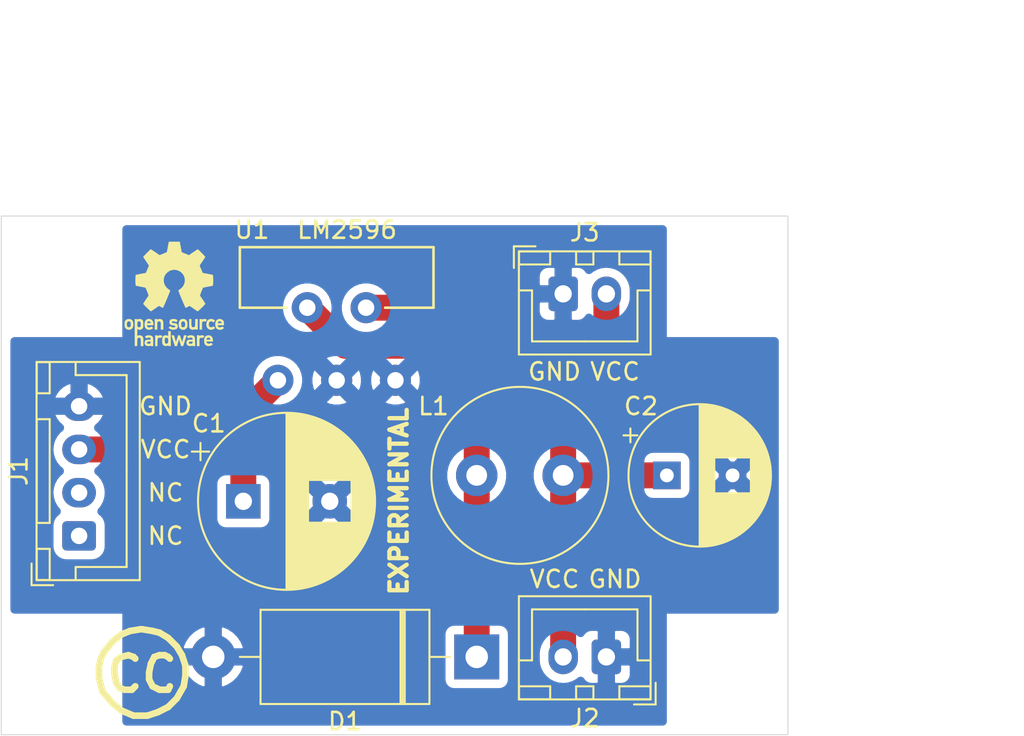
<source format=kicad_pcb>
(kicad_pcb (version 20171130) (host pcbnew "(5.1.4)-1")

  (general
    (thickness 1.6)
    (drawings 17)
    (tracks 19)
    (zones 0)
    (modules 14)
    (nets 7)
  )

  (page A4)
  (layers
    (0 F.Cu signal)
    (31 B.Cu signal)
    (32 B.Adhes user)
    (33 F.Adhes user)
    (34 B.Paste user)
    (35 F.Paste user)
    (36 B.SilkS user)
    (37 F.SilkS user)
    (38 B.Mask user)
    (39 F.Mask user)
    (40 Dwgs.User user)
    (41 Cmts.User user)
    (42 Eco1.User user)
    (43 Eco2.User user)
    (44 Edge.Cuts user)
    (45 Margin user)
    (46 B.CrtYd user)
    (47 F.CrtYd user)
    (48 B.Fab user)
    (49 F.Fab user)
  )

  (setup
    (last_trace_width 0.25)
    (trace_clearance 0.2)
    (zone_clearance 0.5)
    (zone_45_only no)
    (trace_min 0.2)
    (via_size 0.8)
    (via_drill 0.4)
    (via_min_size 0.4)
    (via_min_drill 0.3)
    (uvia_size 0.3)
    (uvia_drill 0.1)
    (uvias_allowed no)
    (uvia_min_size 0.2)
    (uvia_min_drill 0.1)
    (edge_width 0.05)
    (segment_width 0.2)
    (pcb_text_width 0.3)
    (pcb_text_size 1.5 1.5)
    (mod_edge_width 0.12)
    (mod_text_size 1 1)
    (mod_text_width 0.15)
    (pad_size 1.524 1.524)
    (pad_drill 0.762)
    (pad_to_mask_clearance 0.051)
    (solder_mask_min_width 0.25)
    (aux_axis_origin 0 0)
    (visible_elements 7FFFFFFF)
    (pcbplotparams
      (layerselection 0x3ffff_ffffffff)
      (usegerberextensions false)
      (usegerberattributes false)
      (usegerberadvancedattributes false)
      (creategerberjobfile false)
      (excludeedgelayer true)
      (linewidth 0.100000)
      (plotframeref false)
      (viasonmask false)
      (mode 1)
      (useauxorigin false)
      (hpglpennumber 1)
      (hpglpenspeed 20)
      (hpglpendiameter 15.000000)
      (psnegative false)
      (psa4output false)
      (plotreference true)
      (plotvalue true)
      (plotinvisibletext false)
      (padsonsilk false)
      (subtractmaskfromsilk false)
      (outputformat 1)
      (mirror false)
      (drillshape 0)
      (scaleselection 1)
      (outputdirectory "gerber/"))
  )

  (net 0 "")
  (net 1 GND)
  (net 2 "Net-(C1-Pad1)")
  (net 3 "Net-(C2-Pad1)")
  (net 4 "Net-(D1-Pad1)")
  (net 5 "Net-(J1-Pad1)")
  (net 6 "Net-(J1-Pad2)")

  (net_class Default "This is the default net class."
    (clearance 0.2)
    (trace_width 0.25)
    (via_dia 0.8)
    (via_drill 0.4)
    (uvia_dia 0.3)
    (uvia_drill 0.1)
    (add_net GND)
    (add_net "Net-(C1-Pad1)")
    (add_net "Net-(C2-Pad1)")
    (add_net "Net-(D1-Pad1)")
    (add_net "Net-(J1-Pad1)")
    (add_net "Net-(J1-Pad2)")
  )

  (module Symbol:Symbol_CreativeCommons_SilkScreenTop_Type2_Small (layer F.Cu) (tedit 5E206393) (tstamp 5E28DF72)
    (at 166.5 138.5)
    (descr "Symbol, Creative Commons, CopperTop, Type 2, Small,")
    (tags "Symbol, Creative Commons, CopperTop, Type 2, Small,")
    (attr virtual)
    (fp_text reference REF** (at 0.5 -4) (layer F.SilkS) hide
      (effects (font (size 1 1) (thickness 0.15)))
    )
    (fp_text value Symbol_CreativeCommons_SilkScreenTop_Type2_Small (at 0.59944 5.5) (layer F.Fab) hide
      (effects (font (size 1 1) (thickness 0.15)))
    )
    (fp_line (start 1.7502 -0.9001) (end 1.65114 -0.99916) (layer F.SilkS) (width 0.381))
    (fp_line (start 1.65114 -0.99916) (end 1.45048 -1.10076) (layer F.SilkS) (width 0.381))
    (fp_line (start 1.45048 -1.10076) (end 1.15076 -1.10076) (layer F.SilkS) (width 0.381))
    (fp_line (start 1.15076 -1.10076) (end 0.85104 -0.99916) (layer F.SilkS) (width 0.381))
    (fp_line (start 0.85104 -0.99916) (end 0.65038 -0.60038) (layer F.SilkS) (width 0.381))
    (fp_line (start 0.65038 -0.60038) (end 0.54878 -0.1) (layer F.SilkS) (width 0.381))
    (fp_line (start 0.54878 -0.1) (end 0.54878 0.29878) (layer F.SilkS) (width 0.381))
    (fp_line (start 0.54878 0.29878) (end 0.74944 0.7001) (layer F.SilkS) (width 0.381))
    (fp_line (start 0.74944 0.7001) (end 1.15076 0.90076) (layer F.SilkS) (width 0.381))
    (fp_line (start 1.15076 0.90076) (end 1.34888 0.90076) (layer F.SilkS) (width 0.381))
    (fp_line (start 1.34888 0.90076) (end 1.65114 0.90076) (layer F.SilkS) (width 0.381))
    (fp_line (start 1.65114 0.90076) (end 1.7502 0.7001) (layer F.SilkS) (width 0.381))
    (fp_line (start -0.24878 -0.9001) (end -0.35038 -0.99916) (layer F.SilkS) (width 0.381))
    (fp_line (start -0.35038 -0.99916) (end -0.6501 -1.10076) (layer F.SilkS) (width 0.381))
    (fp_line (start -0.6501 -1.10076) (end -1.04888 -0.99916) (layer F.SilkS) (width 0.381))
    (fp_line (start -1.04888 -0.99916) (end -1.35114 -0.80104) (layer F.SilkS) (width 0.381))
    (fp_line (start -1.35114 -0.80104) (end -1.4502 -0.39972) (layer F.SilkS) (width 0.381))
    (fp_line (start -1.4502 -0.39972) (end -1.4502 -0.00094) (layer F.SilkS) (width 0.381))
    (fp_line (start -1.4502 -0.00094) (end -1.35114 0.49944) (layer F.SilkS) (width 0.381))
    (fp_line (start -1.35114 0.49944) (end -1.15048 0.79916) (layer F.SilkS) (width 0.381))
    (fp_line (start -1.15048 0.79916) (end -0.85076 0.90076) (layer F.SilkS) (width 0.381))
    (fp_line (start -0.85076 0.90076) (end -0.44944 0.90076) (layer F.SilkS) (width 0.381))
    (fp_line (start -0.44944 0.90076) (end -0.24878 0.7001) (layer F.SilkS) (width 0.381))
    (fp_line (start 0.15 -2.59936) (end 0.05094 -2.59936) (layer F.SilkS) (width 0.381))
    (fp_line (start 0.05094 -2.59936) (end -0.55104 -2.5003) (layer F.SilkS) (width 0.381))
    (fp_line (start -0.55104 -2.5003) (end -1.04888 -2.29964) (layer F.SilkS) (width 0.381))
    (fp_line (start -1.04888 -2.29964) (end -1.54926 -1.90086) (layer F.SilkS) (width 0.381))
    (fp_line (start -1.54926 -1.90086) (end -2.04964 -1.29888) (layer F.SilkS) (width 0.381))
    (fp_line (start -2.04964 -1.29888) (end -2.2503 -0.9001) (layer F.SilkS) (width 0.381))
    (fp_line (start -2.2503 -0.9001) (end -2.34936 -0.39972) (layer F.SilkS) (width 0.381))
    (fp_line (start -2.34936 -0.39972) (end -2.34936 0.19972) (layer F.SilkS) (width 0.381))
    (fp_line (start -2.34936 0.19972) (end -2.15124 0.99982) (layer F.SilkS) (width 0.381))
    (fp_line (start -2.15124 0.99982) (end -1.54926 1.70086) (layer F.SilkS) (width 0.381))
    (fp_line (start -1.54926 1.70086) (end -1.04888 2.09964) (layer F.SilkS) (width 0.381))
    (fp_line (start -1.04888 2.09964) (end -0.35038 2.39936) (layer F.SilkS) (width 0.381))
    (fp_line (start -0.35038 2.39936) (end 0.44972 2.39936) (layer F.SilkS) (width 0.381))
    (fp_line (start 0.44972 2.39936) (end 1.04916 2.20124) (layer F.SilkS) (width 0.381))
    (fp_line (start 1.04916 2.20124) (end 1.65114 1.89898) (layer F.SilkS) (width 0.381))
    (fp_line (start 1.65114 1.89898) (end 2.14898 1.40114) (layer F.SilkS) (width 0.381))
    (fp_line (start 2.14898 1.40114) (end 2.5503 0.7001) (layer F.SilkS) (width 0.381))
    (fp_line (start 2.5503 0.7001) (end 2.64936 0.10066) (layer F.SilkS) (width 0.381))
    (fp_line (start 2.64936 0.10066) (end 2.64936 -0.49878) (layer F.SilkS) (width 0.381))
    (fp_line (start 2.64936 -0.49878) (end 2.45124 -1.10076) (layer F.SilkS) (width 0.381))
    (fp_line (start 2.45124 -1.10076) (end 2.14898 -1.60114) (layer F.SilkS) (width 0.381))
    (fp_line (start 2.14898 -1.60114) (end 1.65114 -2.09898) (layer F.SilkS) (width 0.381))
    (fp_line (start 1.65114 -2.09898) (end 1.15076 -2.40124) (layer F.SilkS) (width 0.381))
    (fp_line (start 1.15076 -2.40124) (end 0.74944 -2.5003) (layer F.SilkS) (width 0.381))
    (fp_line (start 0.74944 -2.5003) (end 0.15 -2.59936) (layer F.SilkS) (width 0.381))
  )

  (module Symbol:OSHW-Logo_5.7x6mm_SilkScreen (layer F.Cu) (tedit 0) (tstamp 5E28D6FF)
    (at 168.5 116.5)
    (descr "Open Source Hardware Logo")
    (tags "Logo OSHW")
    (attr virtual)
    (fp_text reference REF** (at 0 0) (layer F.SilkS) hide
      (effects (font (size 1 1) (thickness 0.15)))
    )
    (fp_text value OSHW-Logo_5.7x6mm_SilkScreen (at 0.75 0) (layer F.Fab) hide
      (effects (font (size 1 1) (thickness 0.15)))
    )
    (fp_poly (pts (xy 0.376964 -2.709982) (xy 0.433812 -2.40843) (xy 0.853338 -2.235488) (xy 1.104984 -2.406605)
      (xy 1.175458 -2.45425) (xy 1.239163 -2.49679) (xy 1.293126 -2.532285) (xy 1.334373 -2.55879)
      (xy 1.359934 -2.574364) (xy 1.366895 -2.577722) (xy 1.379435 -2.569086) (xy 1.406231 -2.545208)
      (xy 1.44428 -2.509141) (xy 1.490579 -2.463933) (xy 1.542123 -2.412636) (xy 1.595909 -2.358299)
      (xy 1.648935 -2.303972) (xy 1.698195 -2.252705) (xy 1.740687 -2.207549) (xy 1.773407 -2.171554)
      (xy 1.793351 -2.14777) (xy 1.798119 -2.13981) (xy 1.791257 -2.125135) (xy 1.77202 -2.092986)
      (xy 1.74243 -2.046508) (xy 1.70451 -1.988844) (xy 1.660282 -1.92314) (xy 1.634654 -1.885664)
      (xy 1.587941 -1.817232) (xy 1.546432 -1.75548) (xy 1.51214 -1.703481) (xy 1.48708 -1.664308)
      (xy 1.473264 -1.641035) (xy 1.471188 -1.636145) (xy 1.475895 -1.622245) (xy 1.488723 -1.58985)
      (xy 1.507738 -1.543515) (xy 1.531003 -1.487794) (xy 1.556584 -1.427242) (xy 1.582545 -1.366414)
      (xy 1.60695 -1.309864) (xy 1.627863 -1.262148) (xy 1.643349 -1.227819) (xy 1.651472 -1.211432)
      (xy 1.651952 -1.210788) (xy 1.664707 -1.207659) (xy 1.698677 -1.200679) (xy 1.75034 -1.190533)
      (xy 1.816176 -1.177908) (xy 1.892664 -1.163491) (xy 1.93729 -1.155177) (xy 2.019021 -1.139616)
      (xy 2.092843 -1.124808) (xy 2.155021 -1.111564) (xy 2.201822 -1.100695) (xy 2.229509 -1.093011)
      (xy 2.235074 -1.090573) (xy 2.240526 -1.07407) (xy 2.244924 -1.0368) (xy 2.248272 -0.98312)
      (xy 2.250574 -0.917388) (xy 2.251832 -0.843963) (xy 2.252048 -0.767204) (xy 2.251227 -0.691468)
      (xy 2.249371 -0.621114) (xy 2.246482 -0.5605) (xy 2.242565 -0.513984) (xy 2.237622 -0.485925)
      (xy 2.234657 -0.480084) (xy 2.216934 -0.473083) (xy 2.179381 -0.463073) (xy 2.126964 -0.451231)
      (xy 2.064652 -0.438733) (xy 2.0429 -0.43469) (xy 1.938024 -0.41548) (xy 1.85518 -0.400009)
      (xy 1.79163 -0.387663) (xy 1.744637 -0.377827) (xy 1.711463 -0.369886) (xy 1.689371 -0.363224)
      (xy 1.675624 -0.357227) (xy 1.667484 -0.351281) (xy 1.666345 -0.350106) (xy 1.654977 -0.331174)
      (xy 1.637635 -0.294331) (xy 1.61605 -0.244087) (xy 1.591954 -0.184954) (xy 1.567079 -0.121444)
      (xy 1.543157 -0.058068) (xy 1.521919 0.000662) (xy 1.505097 0.050235) (xy 1.494422 0.086139)
      (xy 1.491627 0.103862) (xy 1.49186 0.104483) (xy 1.501331 0.11897) (xy 1.522818 0.150844)
      (xy 1.554063 0.196789) (xy 1.592807 0.253485) (xy 1.636793 0.317617) (xy 1.649319 0.335842)
      (xy 1.693984 0.401914) (xy 1.733288 0.4622) (xy 1.765088 0.513235) (xy 1.787245 0.55156)
      (xy 1.797617 0.573711) (xy 1.798119 0.576432) (xy 1.789405 0.590736) (xy 1.765325 0.619072)
      (xy 1.728976 0.658396) (xy 1.683453 0.705661) (xy 1.631852 0.757823) (xy 1.577267 0.811835)
      (xy 1.522794 0.864653) (xy 1.471529 0.913231) (xy 1.426567 0.954523) (xy 1.391004 0.985485)
      (xy 1.367935 1.00307) (xy 1.361554 1.005941) (xy 1.346699 0.999178) (xy 1.316286 0.980939)
      (xy 1.275268 0.954297) (xy 1.243709 0.932852) (xy 1.186525 0.893503) (xy 1.118806 0.847171)
      (xy 1.05088 0.800913) (xy 1.014361 0.776155) (xy 0.890752 0.692547) (xy 0.786991 0.74865)
      (xy 0.73972 0.773228) (xy 0.699523 0.792331) (xy 0.672326 0.803227) (xy 0.665402 0.804743)
      (xy 0.657077 0.793549) (xy 0.640654 0.761917) (xy 0.617357 0.712765) (xy 0.588414 0.64901)
      (xy 0.55505 0.573571) (xy 0.518491 0.489364) (xy 0.479964 0.399308) (xy 0.440694 0.306321)
      (xy 0.401908 0.21332) (xy 0.36483 0.123223) (xy 0.330689 0.038948) (xy 0.300708 -0.036587)
      (xy 0.276116 -0.100466) (xy 0.258136 -0.149769) (xy 0.247997 -0.181579) (xy 0.246366 -0.192504)
      (xy 0.259291 -0.206439) (xy 0.287589 -0.22906) (xy 0.325346 -0.255667) (xy 0.328515 -0.257772)
      (xy 0.4261 -0.335886) (xy 0.504786 -0.427018) (xy 0.563891 -0.528255) (xy 0.602732 -0.636682)
      (xy 0.620628 -0.749386) (xy 0.616897 -0.863452) (xy 0.590857 -0.975966) (xy 0.541825 -1.084015)
      (xy 0.5274 -1.107655) (xy 0.452369 -1.203113) (xy 0.36373 -1.279768) (xy 0.264549 -1.33722)
      (xy 0.157895 -1.375071) (xy 0.046836 -1.392922) (xy -0.065561 -1.390375) (xy -0.176227 -1.36703)
      (xy -0.282094 -1.32249) (xy -0.380095 -1.256355) (xy -0.41041 -1.229513) (xy -0.487562 -1.145488)
      (xy -0.543782 -1.057034) (xy -0.582347 -0.957885) (xy -0.603826 -0.859697) (xy -0.609128 -0.749303)
      (xy -0.591448 -0.63836) (xy -0.552581 -0.530619) (xy -0.494323 -0.429831) (xy -0.418469 -0.339744)
      (xy -0.326817 -0.264108) (xy -0.314772 -0.256136) (xy -0.276611 -0.230026) (xy -0.247601 -0.207405)
      (xy -0.233732 -0.192961) (xy -0.233531 -0.192504) (xy -0.236508 -0.176879) (xy -0.248311 -0.141418)
      (xy -0.267714 -0.089038) (xy -0.293488 -0.022655) (xy -0.324409 0.054814) (xy -0.359249 0.14045)
      (xy -0.396783 0.231337) (xy -0.435783 0.324559) (xy -0.475023 0.417197) (xy -0.513276 0.506335)
      (xy -0.549317 0.589055) (xy -0.581917 0.662441) (xy -0.609852 0.723575) (xy -0.631895 0.769541)
      (xy -0.646818 0.797421) (xy -0.652828 0.804743) (xy -0.671191 0.799041) (xy -0.705552 0.783749)
      (xy -0.749984 0.761599) (xy -0.774417 0.74865) (xy -0.878178 0.692547) (xy -1.001787 0.776155)
      (xy -1.064886 0.818987) (xy -1.13397 0.866122) (xy -1.198707 0.910503) (xy -1.231134 0.932852)
      (xy -1.276741 0.963477) (xy -1.31536 0.987747) (xy -1.341952 1.002587) (xy -1.35059 1.005724)
      (xy -1.363161 0.997261) (xy -1.390984 0.973636) (xy -1.431361 0.937302) (xy -1.481595 0.890711)
      (xy -1.538988 0.836317) (xy -1.575286 0.801392) (xy -1.63879 0.738996) (xy -1.693673 0.683188)
      (xy -1.737714 0.636354) (xy -1.768695 0.600882) (xy -1.784398 0.579161) (xy -1.785905 0.574752)
      (xy -1.778914 0.557985) (xy -1.759594 0.524082) (xy -1.730091 0.476476) (xy -1.692545 0.418599)
      (xy -1.6491 0.353884) (xy -1.636745 0.335842) (xy -1.591727 0.270267) (xy -1.55134 0.211228)
      (xy -1.51784 0.162042) (xy -1.493486 0.126028) (xy -1.480536 0.106502) (xy -1.479285 0.104483)
      (xy -1.481156 0.088922) (xy -1.491087 0.054709) (xy -1.507347 0.006355) (xy -1.528205 -0.051629)
      (xy -1.551927 -0.11473) (xy -1.576784 -0.178437) (xy -1.601042 -0.238239) (xy -1.622971 -0.289624)
      (xy -1.640838 -0.328081) (xy -1.652913 -0.349098) (xy -1.653771 -0.350106) (xy -1.661154 -0.356112)
      (xy -1.673625 -0.362052) (xy -1.69392 -0.36854) (xy -1.724778 -0.376191) (xy -1.768934 -0.38562)
      (xy -1.829126 -0.397441) (xy -1.908093 -0.412271) (xy -2.00857 -0.430723) (xy -2.030325 -0.43469)
      (xy -2.094802 -0.447147) (xy -2.151011 -0.459334) (xy -2.193987 -0.470074) (xy -2.21876 -0.478191)
      (xy -2.222082 -0.480084) (xy -2.227556 -0.496862) (xy -2.232006 -0.534355) (xy -2.235428 -0.588206)
      (xy -2.237819 -0.654056) (xy -2.239177 -0.727547) (xy -2.239499 -0.80432) (xy -2.238781 -0.880017)
      (xy -2.237021 -0.95028) (xy -2.234216 -1.01075) (xy -2.230362 -1.05707) (xy -2.225457 -1.084881)
      (xy -2.2225 -1.090573) (xy -2.206037 -1.096314) (xy -2.168551 -1.105655) (xy -2.113775 -1.117785)
      (xy -2.045445 -1.131893) (xy -1.967294 -1.14717) (xy -1.924716 -1.155177) (xy -1.843929 -1.170279)
      (xy -1.771887 -1.18396) (xy -1.712111 -1.195533) (xy -1.668121 -1.204313) (xy -1.643439 -1.209613)
      (xy -1.639377 -1.210788) (xy -1.632511 -1.224035) (xy -1.617998 -1.255943) (xy -1.597771 -1.301953)
      (xy -1.573766 -1.357508) (xy -1.547918 -1.418047) (xy -1.52216 -1.479014) (xy -1.498427 -1.535849)
      (xy -1.478654 -1.583994) (xy -1.464776 -1.61889) (xy -1.458726 -1.635979) (xy -1.458614 -1.636726)
      (xy -1.465472 -1.650207) (xy -1.484698 -1.68123) (xy -1.514272 -1.726711) (xy -1.552173 -1.783568)
      (xy -1.59638 -1.848717) (xy -1.622079 -1.886138) (xy -1.668907 -1.954753) (xy -1.710499 -2.017048)
      (xy -1.744825 -2.069871) (xy -1.769857 -2.110073) (xy -1.783565 -2.1345) (xy -1.785544 -2.139976)
      (xy -1.777034 -2.152722) (xy -1.753507 -2.179937) (xy -1.717968 -2.218572) (xy -1.673423 -2.265577)
      (xy -1.622877 -2.317905) (xy -1.569336 -2.372505) (xy -1.515805 -2.42633) (xy -1.465289 -2.47633)
      (xy -1.420794 -2.519457) (xy -1.385325 -2.552661) (xy -1.361887 -2.572894) (xy -1.354046 -2.577722)
      (xy -1.34128 -2.570933) (xy -1.310744 -2.551858) (xy -1.26541 -2.522439) (xy -1.208244 -2.484619)
      (xy -1.142216 -2.440339) (xy -1.09241 -2.406605) (xy -0.840764 -2.235488) (xy -0.631001 -2.321959)
      (xy -0.421237 -2.40843) (xy -0.364389 -2.709982) (xy -0.30754 -3.011534) (xy 0.320115 -3.011534)
      (xy 0.376964 -2.709982)) (layer F.SilkS) (width 0.01))
    (fp_poly (pts (xy 1.79946 1.45803) (xy 1.842711 1.471245) (xy 1.870558 1.487941) (xy 1.879629 1.501145)
      (xy 1.877132 1.516797) (xy 1.860931 1.541385) (xy 1.847232 1.5588) (xy 1.818992 1.590283)
      (xy 1.797775 1.603529) (xy 1.779688 1.602664) (xy 1.726035 1.58901) (xy 1.68663 1.58963)
      (xy 1.654632 1.605104) (xy 1.64389 1.614161) (xy 1.609505 1.646027) (xy 1.609505 2.062179)
      (xy 1.471188 2.062179) (xy 1.471188 1.458614) (xy 1.540347 1.458614) (xy 1.581869 1.460256)
      (xy 1.603291 1.466087) (xy 1.609502 1.477461) (xy 1.609505 1.477798) (xy 1.612439 1.489713)
      (xy 1.625704 1.488159) (xy 1.644084 1.479563) (xy 1.682046 1.463568) (xy 1.712872 1.453945)
      (xy 1.752536 1.451478) (xy 1.79946 1.45803)) (layer F.SilkS) (width 0.01))
    (fp_poly (pts (xy -0.754012 1.469002) (xy -0.722717 1.48395) (xy -0.692409 1.505541) (xy -0.669318 1.530391)
      (xy -0.6525 1.562087) (xy -0.641006 1.604214) (xy -0.633891 1.660358) (xy -0.630207 1.734106)
      (xy -0.629008 1.829044) (xy -0.628989 1.838985) (xy -0.628713 2.062179) (xy -0.76703 2.062179)
      (xy -0.76703 1.856418) (xy -0.767128 1.780189) (xy -0.767809 1.724939) (xy -0.769651 1.686501)
      (xy -0.773233 1.660706) (xy -0.779132 1.643384) (xy -0.787927 1.630368) (xy -0.80018 1.617507)
      (xy -0.843047 1.589873) (xy -0.889843 1.584745) (xy -0.934424 1.602217) (xy -0.949928 1.615221)
      (xy -0.96131 1.627447) (xy -0.969481 1.64054) (xy -0.974974 1.658615) (xy -0.97832 1.685787)
      (xy -0.980051 1.72617) (xy -0.980697 1.783879) (xy -0.980792 1.854132) (xy -0.980792 2.062179)
      (xy -1.119109 2.062179) (xy -1.119109 1.458614) (xy -1.04995 1.458614) (xy -1.008428 1.460256)
      (xy -0.987006 1.466087) (xy -0.980795 1.477461) (xy -0.980792 1.477798) (xy -0.97791 1.488938)
      (xy -0.965199 1.487674) (xy -0.939926 1.475434) (xy -0.882605 1.457424) (xy -0.817037 1.455421)
      (xy -0.754012 1.469002)) (layer F.SilkS) (width 0.01))
    (fp_poly (pts (xy 2.677898 1.456457) (xy 2.710096 1.464279) (xy 2.771825 1.492921) (xy 2.82461 1.536667)
      (xy 2.861141 1.589117) (xy 2.86616 1.600893) (xy 2.873045 1.63174) (xy 2.877864 1.677371)
      (xy 2.879505 1.723492) (xy 2.879505 1.810693) (xy 2.697178 1.810693) (xy 2.621979 1.810978)
      (xy 2.569003 1.812704) (xy 2.535325 1.817181) (xy 2.51802 1.82572) (xy 2.514163 1.83963)
      (xy 2.520829 1.860222) (xy 2.53277 1.884315) (xy 2.56608 1.924525) (xy 2.612368 1.944558)
      (xy 2.668944 1.943905) (xy 2.733031 1.922101) (xy 2.788417 1.895193) (xy 2.834375 1.931532)
      (xy 2.880333 1.967872) (xy 2.837096 2.007819) (xy 2.779374 2.045563) (xy 2.708386 2.06832)
      (xy 2.632029 2.074688) (xy 2.558199 2.063268) (xy 2.546287 2.059393) (xy 2.481399 2.025506)
      (xy 2.43313 1.974986) (xy 2.400465 1.906325) (xy 2.382385 1.818014) (xy 2.382175 1.816121)
      (xy 2.380556 1.719878) (xy 2.3871 1.685542) (xy 2.514852 1.685542) (xy 2.526584 1.690822)
      (xy 2.558438 1.694867) (xy 2.605397 1.697176) (xy 2.635154 1.697525) (xy 2.690648 1.697306)
      (xy 2.725346 1.695916) (xy 2.743601 1.692251) (xy 2.749766 1.68521) (xy 2.748195 1.67369)
      (xy 2.746878 1.669233) (xy 2.724382 1.627355) (xy 2.689003 1.593604) (xy 2.65778 1.578773)
      (xy 2.616301 1.579668) (xy 2.574269 1.598164) (xy 2.539012 1.628786) (xy 2.517854 1.666062)
      (xy 2.514852 1.685542) (xy 2.3871 1.685542) (xy 2.39669 1.635229) (xy 2.428698 1.564191)
      (xy 2.474701 1.508779) (xy 2.532821 1.471009) (xy 2.60118 1.452896) (xy 2.677898 1.456457)) (layer F.SilkS) (width 0.01))
    (fp_poly (pts (xy 2.217226 1.46388) (xy 2.29008 1.49483) (xy 2.313027 1.509895) (xy 2.342354 1.533048)
      (xy 2.360764 1.551253) (xy 2.363961 1.557183) (xy 2.354935 1.57034) (xy 2.331837 1.592667)
      (xy 2.313344 1.60825) (xy 2.262728 1.648926) (xy 2.22276 1.615295) (xy 2.191874 1.593584)
      (xy 2.161759 1.58609) (xy 2.127292 1.58792) (xy 2.072561 1.601528) (xy 2.034886 1.629772)
      (xy 2.011991 1.675433) (xy 2.001597 1.741289) (xy 2.001595 1.741331) (xy 2.002494 1.814939)
      (xy 2.016463 1.868946) (xy 2.044328 1.905716) (xy 2.063325 1.918168) (xy 2.113776 1.933673)
      (xy 2.167663 1.933683) (xy 2.214546 1.918638) (xy 2.225644 1.911287) (xy 2.253476 1.892511)
      (xy 2.275236 1.889434) (xy 2.298704 1.903409) (xy 2.324649 1.92851) (xy 2.365716 1.97088)
      (xy 2.320121 2.008464) (xy 2.249674 2.050882) (xy 2.170233 2.071785) (xy 2.087215 2.070272)
      (xy 2.032694 2.056411) (xy 1.96897 2.022135) (xy 1.918005 1.968212) (xy 1.894851 1.930149)
      (xy 1.876099 1.875536) (xy 1.866715 1.806369) (xy 1.866643 1.731407) (xy 1.875824 1.659409)
      (xy 1.894199 1.599137) (xy 1.897093 1.592958) (xy 1.939952 1.532351) (xy 1.997979 1.488224)
      (xy 2.066591 1.461493) (xy 2.141201 1.453073) (xy 2.217226 1.46388)) (layer F.SilkS) (width 0.01))
    (fp_poly (pts (xy 0.993367 1.654342) (xy 0.994555 1.746563) (xy 0.998897 1.81661) (xy 1.007558 1.867381)
      (xy 1.021704 1.901772) (xy 1.0425 1.922679) (xy 1.07111 1.933) (xy 1.106535 1.935636)
      (xy 1.143636 1.932682) (xy 1.171818 1.921889) (xy 1.192243 1.90036) (xy 1.206079 1.865199)
      (xy 1.214491 1.81351) (xy 1.218643 1.742394) (xy 1.219703 1.654342) (xy 1.219703 1.458614)
      (xy 1.35802 1.458614) (xy 1.35802 2.062179) (xy 1.288862 2.062179) (xy 1.24717 2.060489)
      (xy 1.225701 2.054556) (xy 1.219703 2.043293) (xy 1.216091 2.033261) (xy 1.201714 2.035383)
      (xy 1.172736 2.04958) (xy 1.106319 2.07148) (xy 1.035875 2.069928) (xy 0.968377 2.046147)
      (xy 0.936233 2.027362) (xy 0.911715 2.007022) (xy 0.893804 1.981573) (xy 0.881479 1.947458)
      (xy 0.873723 1.901121) (xy 0.869516 1.839007) (xy 0.86784 1.757561) (xy 0.867624 1.694578)
      (xy 0.867624 1.458614) (xy 0.993367 1.458614) (xy 0.993367 1.654342)) (layer F.SilkS) (width 0.01))
    (fp_poly (pts (xy 0.610762 1.466055) (xy 0.674363 1.500692) (xy 0.724123 1.555372) (xy 0.747568 1.599842)
      (xy 0.757634 1.639121) (xy 0.764156 1.695116) (xy 0.766951 1.759621) (xy 0.765836 1.824429)
      (xy 0.760626 1.881334) (xy 0.754541 1.911727) (xy 0.734014 1.953306) (xy 0.698463 1.997468)
      (xy 0.655619 2.036087) (xy 0.613211 2.061034) (xy 0.612177 2.06143) (xy 0.559553 2.072331)
      (xy 0.497188 2.072601) (xy 0.437924 2.062676) (xy 0.41504 2.054722) (xy 0.356102 2.0213)
      (xy 0.31389 1.977511) (xy 0.286156 1.919538) (xy 0.270651 1.843565) (xy 0.267143 1.803771)
      (xy 0.26759 1.753766) (xy 0.402376 1.753766) (xy 0.406917 1.826732) (xy 0.419986 1.882334)
      (xy 0.440756 1.917861) (xy 0.455552 1.92802) (xy 0.493464 1.935104) (xy 0.538527 1.933007)
      (xy 0.577487 1.922812) (xy 0.587704 1.917204) (xy 0.614659 1.884538) (xy 0.632451 1.834545)
      (xy 0.640024 1.773705) (xy 0.636325 1.708497) (xy 0.628057 1.669253) (xy 0.60432 1.623805)
      (xy 0.566849 1.595396) (xy 0.52172 1.585573) (xy 0.475011 1.595887) (xy 0.439132 1.621112)
      (xy 0.420277 1.641925) (xy 0.409272 1.662439) (xy 0.404026 1.690203) (xy 0.402449 1.732762)
      (xy 0.402376 1.753766) (xy 0.26759 1.753766) (xy 0.268094 1.69758) (xy 0.285388 1.610501)
      (xy 0.319029 1.54253) (xy 0.369018 1.493664) (xy 0.435356 1.463899) (xy 0.449601 1.460448)
      (xy 0.53521 1.452345) (xy 0.610762 1.466055)) (layer F.SilkS) (width 0.01))
    (fp_poly (pts (xy 0.014017 1.456452) (xy 0.061634 1.465482) (xy 0.111034 1.48437) (xy 0.116312 1.486777)
      (xy 0.153774 1.506476) (xy 0.179717 1.524781) (xy 0.188103 1.536508) (xy 0.180117 1.555632)
      (xy 0.16072 1.58385) (xy 0.15211 1.594384) (xy 0.116628 1.635847) (xy 0.070885 1.608858)
      (xy 0.02735 1.590878) (xy -0.02295 1.581267) (xy -0.071188 1.58066) (xy -0.108533 1.589691)
      (xy -0.117495 1.595327) (xy -0.134563 1.621171) (xy -0.136637 1.650941) (xy -0.123866 1.674197)
      (xy -0.116312 1.678708) (xy -0.093675 1.684309) (xy -0.053885 1.690892) (xy -0.004834 1.697183)
      (xy 0.004215 1.69817) (xy 0.082996 1.711798) (xy 0.140136 1.734946) (xy 0.17803 1.769752)
      (xy 0.199079 1.818354) (xy 0.205635 1.877718) (xy 0.196577 1.945198) (xy 0.167164 1.998188)
      (xy 0.117278 2.036783) (xy 0.0468 2.061081) (xy -0.031435 2.070667) (xy -0.095234 2.070552)
      (xy -0.146984 2.061845) (xy -0.182327 2.049825) (xy -0.226983 2.02888) (xy -0.268253 2.004574)
      (xy -0.282921 1.993876) (xy -0.320643 1.963084) (xy -0.275148 1.917049) (xy -0.229653 1.871013)
      (xy -0.177928 1.905243) (xy -0.126048 1.930952) (xy -0.070649 1.944399) (xy -0.017395 1.945818)
      (xy 0.028049 1.935443) (xy 0.060016 1.913507) (xy 0.070338 1.894998) (xy 0.068789 1.865314)
      (xy 0.04314 1.842615) (xy -0.00654 1.82694) (xy -0.060969 1.819695) (xy -0.144736 1.805873)
      (xy -0.206967 1.779796) (xy -0.248493 1.740699) (xy -0.270147 1.68782) (xy -0.273147 1.625126)
      (xy -0.258329 1.559642) (xy -0.224546 1.510144) (xy -0.171495 1.476408) (xy -0.098874 1.458207)
      (xy -0.045072 1.454639) (xy 0.014017 1.456452)) (layer F.SilkS) (width 0.01))
    (fp_poly (pts (xy -1.356699 1.472614) (xy -1.344168 1.478514) (xy -1.300799 1.510283) (xy -1.25979 1.556646)
      (xy -1.229168 1.607696) (xy -1.220459 1.631166) (xy -1.212512 1.673091) (xy -1.207774 1.723757)
      (xy -1.207199 1.744679) (xy -1.207129 1.810693) (xy -1.587083 1.810693) (xy -1.578983 1.845273)
      (xy -1.559104 1.88617) (xy -1.524347 1.921514) (xy -1.482998 1.944282) (xy -1.456649 1.94901)
      (xy -1.420916 1.943273) (xy -1.378282 1.928882) (xy -1.363799 1.922262) (xy -1.31024 1.895513)
      (xy -1.264533 1.930376) (xy -1.238158 1.953955) (xy -1.224124 1.973417) (xy -1.223414 1.979129)
      (xy -1.235951 1.992973) (xy -1.263428 2.014012) (xy -1.288366 2.030425) (xy -1.355664 2.05993)
      (xy -1.43111 2.073284) (xy -1.505888 2.069812) (xy -1.565495 2.051663) (xy -1.626941 2.012784)
      (xy -1.670608 1.961595) (xy -1.697926 1.895367) (xy -1.710322 1.811371) (xy -1.711421 1.772936)
      (xy -1.707022 1.684861) (xy -1.706482 1.682299) (xy -1.580582 1.682299) (xy -1.577115 1.690558)
      (xy -1.562863 1.695113) (xy -1.53347 1.697065) (xy -1.484575 1.697517) (xy -1.465748 1.697525)
      (xy -1.408467 1.696843) (xy -1.372141 1.694364) (xy -1.352604 1.689443) (xy -1.34569 1.681434)
      (xy -1.345445 1.678862) (xy -1.353336 1.658423) (xy -1.373085 1.629789) (xy -1.381575 1.619763)
      (xy -1.413094 1.591408) (xy -1.445949 1.580259) (xy -1.463651 1.579327) (xy -1.511539 1.590981)
      (xy -1.551699 1.622285) (xy -1.577173 1.667752) (xy -1.577625 1.669233) (xy -1.580582 1.682299)
      (xy -1.706482 1.682299) (xy -1.692392 1.61551) (xy -1.666038 1.560025) (xy -1.633807 1.520639)
      (xy -1.574217 1.477931) (xy -1.504168 1.455109) (xy -1.429661 1.453046) (xy -1.356699 1.472614)) (layer F.SilkS) (width 0.01))
    (fp_poly (pts (xy -2.538261 1.465148) (xy -2.472479 1.494231) (xy -2.42254 1.542793) (xy -2.388374 1.610908)
      (xy -2.369907 1.698651) (xy -2.368583 1.712351) (xy -2.367546 1.808939) (xy -2.380993 1.893602)
      (xy -2.408108 1.962221) (xy -2.422627 1.984294) (xy -2.473201 2.031011) (xy -2.537609 2.061268)
      (xy -2.609666 2.073824) (xy -2.683185 2.067439) (xy -2.739072 2.047772) (xy -2.787132 2.014629)
      (xy -2.826412 1.971175) (xy -2.827092 1.970158) (xy -2.843044 1.943338) (xy -2.85341 1.916368)
      (xy -2.859688 1.882332) (xy -2.863373 1.83431) (xy -2.864997 1.794931) (xy -2.865672 1.759219)
      (xy -2.739955 1.759219) (xy -2.738726 1.79477) (xy -2.734266 1.842094) (xy -2.726397 1.872465)
      (xy -2.712207 1.894072) (xy -2.698917 1.906694) (xy -2.651802 1.933122) (xy -2.602505 1.936653)
      (xy -2.556593 1.917639) (xy -2.533638 1.896331) (xy -2.517096 1.874859) (xy -2.507421 1.854313)
      (xy -2.503174 1.827574) (xy -2.50292 1.787523) (xy -2.504228 1.750638) (xy -2.507043 1.697947)
      (xy -2.511505 1.663772) (xy -2.519548 1.64148) (xy -2.533103 1.624442) (xy -2.543845 1.614703)
      (xy -2.588777 1.589123) (xy -2.637249 1.587847) (xy -2.677894 1.602999) (xy -2.712567 1.634642)
      (xy -2.733224 1.68662) (xy -2.739955 1.759219) (xy -2.865672 1.759219) (xy -2.866479 1.716621)
      (xy -2.863948 1.658056) (xy -2.856362 1.614007) (xy -2.842681 1.579248) (xy -2.821865 1.548551)
      (xy -2.814147 1.539436) (xy -2.765889 1.494021) (xy -2.714128 1.467493) (xy -2.650828 1.456379)
      (xy -2.619961 1.455471) (xy -2.538261 1.465148)) (layer F.SilkS) (width 0.01))
    (fp_poly (pts (xy 2.032581 2.40497) (xy 2.092685 2.420597) (xy 2.143021 2.452848) (xy 2.167393 2.47694)
      (xy 2.207345 2.533895) (xy 2.230242 2.599965) (xy 2.238108 2.681182) (xy 2.238148 2.687748)
      (xy 2.238218 2.753763) (xy 1.858264 2.753763) (xy 1.866363 2.788342) (xy 1.880987 2.819659)
      (xy 1.906581 2.852291) (xy 1.911935 2.8575) (xy 1.957943 2.885694) (xy 2.01041 2.890475)
      (xy 2.070803 2.871926) (xy 2.08104 2.866931) (xy 2.112439 2.851745) (xy 2.13347 2.843094)
      (xy 2.137139 2.842293) (xy 2.149948 2.850063) (xy 2.174378 2.869072) (xy 2.186779 2.87946)
      (xy 2.212476 2.903321) (xy 2.220915 2.919077) (xy 2.215058 2.933571) (xy 2.211928 2.937534)
      (xy 2.190725 2.954879) (xy 2.155738 2.975959) (xy 2.131337 2.988265) (xy 2.062072 3.009946)
      (xy 1.985388 3.016971) (xy 1.912765 3.008647) (xy 1.892426 3.002686) (xy 1.829476 2.968952)
      (xy 1.782815 2.917045) (xy 1.752173 2.846459) (xy 1.737282 2.756692) (xy 1.735647 2.709753)
      (xy 1.740421 2.641413) (xy 1.86099 2.641413) (xy 1.872652 2.646465) (xy 1.903998 2.650429)
      (xy 1.949571 2.652768) (xy 1.980446 2.653169) (xy 2.035981 2.652783) (xy 2.071033 2.650975)
      (xy 2.090262 2.646773) (xy 2.09833 2.639203) (xy 2.099901 2.628218) (xy 2.089121 2.594381)
      (xy 2.06198 2.56094) (xy 2.026277 2.535272) (xy 1.99056 2.524772) (xy 1.942048 2.534086)
      (xy 1.900053 2.561013) (xy 1.870936 2.599827) (xy 1.86099 2.641413) (xy 1.740421 2.641413)
      (xy 1.742599 2.610236) (xy 1.764055 2.530949) (xy 1.80047 2.471263) (xy 1.852297 2.430549)
      (xy 1.91999 2.408179) (xy 1.956662 2.403871) (xy 2.032581 2.40497)) (layer F.SilkS) (width 0.01))
    (fp_poly (pts (xy 1.635255 2.401486) (xy 1.683595 2.411015) (xy 1.711114 2.425125) (xy 1.740064 2.448568)
      (xy 1.698876 2.500571) (xy 1.673482 2.532064) (xy 1.656238 2.547428) (xy 1.639102 2.549776)
      (xy 1.614027 2.542217) (xy 1.602257 2.537941) (xy 1.55427 2.531631) (xy 1.510324 2.545156)
      (xy 1.47806 2.57571) (xy 1.472819 2.585452) (xy 1.467112 2.611258) (xy 1.462706 2.658817)
      (xy 1.459811 2.724758) (xy 1.458631 2.80571) (xy 1.458614 2.817226) (xy 1.458614 3.017822)
      (xy 1.320297 3.017822) (xy 1.320297 2.401683) (xy 1.389456 2.401683) (xy 1.429333 2.402725)
      (xy 1.450107 2.407358) (xy 1.457789 2.417849) (xy 1.458614 2.427745) (xy 1.458614 2.453806)
      (xy 1.491745 2.427745) (xy 1.529735 2.409965) (xy 1.58077 2.401174) (xy 1.635255 2.401486)) (layer F.SilkS) (width 0.01))
    (fp_poly (pts (xy 1.038411 2.405417) (xy 1.091411 2.41829) (xy 1.106731 2.42511) (xy 1.136428 2.442974)
      (xy 1.15922 2.463093) (xy 1.176083 2.488962) (xy 1.187998 2.524073) (xy 1.195942 2.57192)
      (xy 1.200894 2.635996) (xy 1.203831 2.719794) (xy 1.204947 2.775768) (xy 1.209052 3.017822)
      (xy 1.138932 3.017822) (xy 1.096393 3.016038) (xy 1.074476 3.009942) (xy 1.068812 2.999706)
      (xy 1.065821 2.988637) (xy 1.052451 2.990754) (xy 1.034233 2.999629) (xy 0.988624 3.013233)
      (xy 0.930007 3.016899) (xy 0.868354 3.010903) (xy 0.813638 2.995521) (xy 0.80873 2.993386)
      (xy 0.758723 2.958255) (xy 0.725756 2.909419) (xy 0.710587 2.852333) (xy 0.711746 2.831824)
      (xy 0.835508 2.831824) (xy 0.846413 2.859425) (xy 0.878745 2.879204) (xy 0.93091 2.889819)
      (xy 0.958787 2.891228) (xy 1.005247 2.88762) (xy 1.036129 2.873597) (xy 1.043664 2.866931)
      (xy 1.064076 2.830666) (xy 1.068812 2.797773) (xy 1.068812 2.753763) (xy 1.007513 2.753763)
      (xy 0.936256 2.757395) (xy 0.886276 2.768818) (xy 0.854696 2.788824) (xy 0.847626 2.797743)
      (xy 0.835508 2.831824) (xy 0.711746 2.831824) (xy 0.713971 2.792456) (xy 0.736663 2.735244)
      (xy 0.767624 2.69658) (xy 0.786376 2.679864) (xy 0.804733 2.668878) (xy 0.828619 2.66218)
      (xy 0.863957 2.658326) (xy 0.916669 2.655873) (xy 0.937577 2.655168) (xy 1.068812 2.650879)
      (xy 1.06862 2.611158) (xy 1.063537 2.569405) (xy 1.045162 2.544158) (xy 1.008039 2.52803)
      (xy 1.007043 2.527742) (xy 0.95441 2.5214) (xy 0.902906 2.529684) (xy 0.86463 2.549827)
      (xy 0.849272 2.559773) (xy 0.83273 2.558397) (xy 0.807275 2.543987) (xy 0.792328 2.533817)
      (xy 0.763091 2.512088) (xy 0.74498 2.4958) (xy 0.742074 2.491137) (xy 0.75404 2.467005)
      (xy 0.789396 2.438185) (xy 0.804753 2.428461) (xy 0.848901 2.411714) (xy 0.908398 2.402227)
      (xy 0.974487 2.400095) (xy 1.038411 2.405417)) (layer F.SilkS) (width 0.01))
    (fp_poly (pts (xy 0.281524 2.404237) (xy 0.331255 2.407971) (xy 0.461291 2.797773) (xy 0.481678 2.728614)
      (xy 0.493946 2.685874) (xy 0.510085 2.628115) (xy 0.527512 2.564625) (xy 0.536726 2.53057)
      (xy 0.571388 2.401683) (xy 0.714391 2.401683) (xy 0.671646 2.536857) (xy 0.650596 2.603342)
      (xy 0.625167 2.683539) (xy 0.59861 2.767193) (xy 0.574902 2.841782) (xy 0.520902 3.011535)
      (xy 0.462598 3.015328) (xy 0.404295 3.019122) (xy 0.372679 2.914734) (xy 0.353182 2.849889)
      (xy 0.331904 2.7784) (xy 0.313308 2.715263) (xy 0.312574 2.71275) (xy 0.298684 2.669969)
      (xy 0.286429 2.640779) (xy 0.277846 2.629741) (xy 0.276082 2.631018) (xy 0.269891 2.64813)
      (xy 0.258128 2.684787) (xy 0.242225 2.736378) (xy 0.223614 2.798294) (xy 0.213543 2.832352)
      (xy 0.159007 3.017822) (xy 0.043264 3.017822) (xy -0.049263 2.725471) (xy -0.075256 2.643462)
      (xy -0.098934 2.568987) (xy -0.11918 2.505544) (xy -0.134874 2.456632) (xy -0.144898 2.425749)
      (xy -0.147945 2.416726) (xy -0.145533 2.407487) (xy -0.126592 2.403441) (xy -0.087177 2.403846)
      (xy -0.081007 2.404152) (xy -0.007914 2.407971) (xy 0.039957 2.58401) (xy 0.057553 2.648211)
      (xy 0.073277 2.704649) (xy 0.085746 2.748422) (xy 0.093574 2.77463) (xy 0.09502 2.778903)
      (xy 0.101014 2.77399) (xy 0.113101 2.748532) (xy 0.129893 2.705997) (xy 0.150003 2.64985)
      (xy 0.167003 2.59913) (xy 0.231794 2.400504) (xy 0.281524 2.404237)) (layer F.SilkS) (width 0.01))
    (fp_poly (pts (xy -0.201188 3.017822) (xy -0.270346 3.017822) (xy -0.310488 3.016645) (xy -0.331394 3.011772)
      (xy -0.338922 3.001186) (xy -0.339505 2.994029) (xy -0.340774 2.979676) (xy -0.348779 2.976923)
      (xy -0.369815 2.985771) (xy -0.386173 2.994029) (xy -0.448977 3.013597) (xy -0.517248 3.014729)
      (xy -0.572752 3.000135) (xy -0.624438 2.964877) (xy -0.663838 2.912835) (xy -0.685413 2.85145)
      (xy -0.685962 2.848018) (xy -0.689167 2.810571) (xy -0.690761 2.756813) (xy -0.690633 2.716155)
      (xy -0.553279 2.716155) (xy -0.550097 2.770194) (xy -0.542859 2.814735) (xy -0.53306 2.839888)
      (xy -0.495989 2.87426) (xy -0.451974 2.886582) (xy -0.406584 2.876618) (xy -0.367797 2.846895)
      (xy -0.353108 2.826905) (xy -0.344519 2.80305) (xy -0.340496 2.76823) (xy -0.339505 2.71593)
      (xy -0.341278 2.664139) (xy -0.345963 2.618634) (xy -0.352603 2.588181) (xy -0.35371 2.585452)
      (xy -0.380491 2.553) (xy -0.419579 2.535183) (xy -0.463315 2.532306) (xy -0.504038 2.544674)
      (xy -0.534087 2.572593) (xy -0.537204 2.578148) (xy -0.546961 2.612022) (xy -0.552277 2.660728)
      (xy -0.553279 2.716155) (xy -0.690633 2.716155) (xy -0.690568 2.69554) (xy -0.689664 2.662563)
      (xy -0.683514 2.580981) (xy -0.670733 2.51973) (xy -0.649471 2.474449) (xy -0.617878 2.440779)
      (xy -0.587207 2.421014) (xy -0.544354 2.40712) (xy -0.491056 2.402354) (xy -0.43648 2.406236)
      (xy -0.389792 2.418282) (xy -0.365124 2.432693) (xy -0.339505 2.455878) (xy -0.339505 2.162773)
      (xy -0.201188 2.162773) (xy -0.201188 3.017822)) (layer F.SilkS) (width 0.01))
    (fp_poly (pts (xy -0.993356 2.40302) (xy -0.974539 2.40866) (xy -0.968473 2.421053) (xy -0.968218 2.426647)
      (xy -0.967129 2.44223) (xy -0.959632 2.444676) (xy -0.939381 2.433993) (xy -0.927351 2.426694)
      (xy -0.8894 2.411063) (xy -0.844072 2.403334) (xy -0.796544 2.40274) (xy -0.751995 2.408513)
      (xy -0.715602 2.419884) (xy -0.692543 2.436088) (xy -0.687996 2.456355) (xy -0.690291 2.461843)
      (xy -0.70702 2.484626) (xy -0.732963 2.512647) (xy -0.737655 2.517177) (xy -0.762383 2.538005)
      (xy -0.783718 2.544735) (xy -0.813555 2.540038) (xy -0.825508 2.536917) (xy -0.862705 2.529421)
      (xy -0.888859 2.532792) (xy -0.910946 2.544681) (xy -0.931178 2.560635) (xy -0.946079 2.5807)
      (xy -0.956434 2.608702) (xy -0.963029 2.648467) (xy -0.966649 2.703823) (xy -0.968078 2.778594)
      (xy -0.968218 2.82374) (xy -0.968218 3.017822) (xy -1.09396 3.017822) (xy -1.09396 2.401683)
      (xy -1.031089 2.401683) (xy -0.993356 2.40302)) (layer F.SilkS) (width 0.01))
    (fp_poly (pts (xy -1.38421 2.406555) (xy -1.325055 2.422339) (xy -1.280023 2.450948) (xy -1.248246 2.488419)
      (xy -1.238366 2.504411) (xy -1.231073 2.521163) (xy -1.225974 2.542592) (xy -1.222679 2.572616)
      (xy -1.220797 2.615154) (xy -1.219937 2.674122) (xy -1.219707 2.75344) (xy -1.219703 2.774484)
      (xy -1.219703 3.017822) (xy -1.280059 3.017822) (xy -1.318557 3.015126) (xy -1.347023 3.008295)
      (xy -1.354155 3.004083) (xy -1.373652 2.996813) (xy -1.393566 3.004083) (xy -1.426353 3.01316)
      (xy -1.473978 3.016813) (xy -1.526764 3.015228) (xy -1.575036 3.008589) (xy -1.603218 3.000072)
      (xy -1.657753 2.965063) (xy -1.691835 2.916479) (xy -1.707157 2.851882) (xy -1.707299 2.850223)
      (xy -1.705955 2.821566) (xy -1.584356 2.821566) (xy -1.573726 2.854161) (xy -1.55641 2.872505)
      (xy -1.521652 2.886379) (xy -1.475773 2.891917) (xy -1.428988 2.889191) (xy -1.391514 2.878274)
      (xy -1.381015 2.871269) (xy -1.362668 2.838904) (xy -1.35802 2.802111) (xy -1.35802 2.753763)
      (xy -1.427582 2.753763) (xy -1.493667 2.75885) (xy -1.543764 2.773263) (xy -1.574929 2.795729)
      (xy -1.584356 2.821566) (xy -1.705955 2.821566) (xy -1.703987 2.779647) (xy -1.68071 2.723845)
      (xy -1.636948 2.681647) (xy -1.630899 2.677808) (xy -1.604907 2.665309) (xy -1.572735 2.65774)
      (xy -1.52776 2.654061) (xy -1.474331 2.653216) (xy -1.35802 2.653169) (xy -1.35802 2.604411)
      (xy -1.362953 2.566581) (xy -1.375543 2.541236) (xy -1.377017 2.539887) (xy -1.405034 2.5288)
      (xy -1.447326 2.524503) (xy -1.494064 2.526615) (xy -1.535418 2.534756) (xy -1.559957 2.546965)
      (xy -1.573253 2.556746) (xy -1.587294 2.558613) (xy -1.606671 2.5506) (xy -1.635976 2.530739)
      (xy -1.679803 2.497063) (xy -1.683825 2.493909) (xy -1.681764 2.482236) (xy -1.664568 2.462822)
      (xy -1.638433 2.441248) (xy -1.609552 2.423096) (xy -1.600478 2.418809) (xy -1.56738 2.410256)
      (xy -1.51888 2.404155) (xy -1.464695 2.401708) (xy -1.462161 2.401703) (xy -1.38421 2.406555)) (layer F.SilkS) (width 0.01))
    (fp_poly (pts (xy -1.908759 1.469184) (xy -1.882247 1.482282) (xy -1.849553 1.505106) (xy -1.825725 1.529996)
      (xy -1.809406 1.561249) (xy -1.79924 1.603166) (xy -1.793872 1.660044) (xy -1.791944 1.736184)
      (xy -1.791831 1.768917) (xy -1.792161 1.840656) (xy -1.793527 1.891927) (xy -1.7965 1.927404)
      (xy -1.801649 1.951763) (xy -1.809543 1.96968) (xy -1.817757 1.981902) (xy -1.870187 2.033905)
      (xy -1.93193 2.065184) (xy -1.998536 2.074592) (xy -2.065558 2.06098) (xy -2.086792 2.051354)
      (xy -2.137624 2.024859) (xy -2.137624 2.440052) (xy -2.100525 2.420868) (xy -2.051643 2.406025)
      (xy -1.991561 2.402222) (xy -1.931564 2.409243) (xy -1.886256 2.425013) (xy -1.848675 2.455047)
      (xy -1.816564 2.498024) (xy -1.81415 2.502436) (xy -1.803967 2.523221) (xy -1.79653 2.54417)
      (xy -1.791411 2.569548) (xy -1.788181 2.603618) (xy -1.786413 2.650641) (xy -1.785677 2.714882)
      (xy -1.785544 2.787176) (xy -1.785544 3.017822) (xy -1.923861 3.017822) (xy -1.923861 2.592533)
      (xy -1.962549 2.559979) (xy -2.002738 2.53394) (xy -2.040797 2.529205) (xy -2.079066 2.541389)
      (xy -2.099462 2.55332) (xy -2.114642 2.570313) (xy -2.125438 2.595995) (xy -2.132683 2.633991)
      (xy -2.137208 2.687926) (xy -2.139844 2.761425) (xy -2.140772 2.810347) (xy -2.143911 3.011535)
      (xy -2.209926 3.015336) (xy -2.27594 3.019136) (xy -2.27594 1.77065) (xy -2.137624 1.77065)
      (xy -2.134097 1.840254) (xy -2.122215 1.888569) (xy -2.10002 1.918631) (xy -2.065559 1.933471)
      (xy -2.030742 1.936436) (xy -1.991329 1.933028) (xy -1.965171 1.919617) (xy -1.948814 1.901896)
      (xy -1.935937 1.882835) (xy -1.928272 1.861601) (xy -1.924861 1.831849) (xy -1.924749 1.787236)
      (xy -1.925897 1.74988) (xy -1.928532 1.693604) (xy -1.932456 1.656658) (xy -1.939063 1.633223)
      (xy -1.949749 1.61748) (xy -1.959833 1.60838) (xy -2.00197 1.588537) (xy -2.05184 1.585332)
      (xy -2.080476 1.592168) (xy -2.108828 1.616464) (xy -2.127609 1.663728) (xy -2.136712 1.733624)
      (xy -2.137624 1.77065) (xy -2.27594 1.77065) (xy -2.27594 1.458614) (xy -2.206782 1.458614)
      (xy -2.16526 1.460256) (xy -2.143838 1.466087) (xy -2.137626 1.477461) (xy -2.137624 1.477798)
      (xy -2.134742 1.488938) (xy -2.12203 1.487673) (xy -2.096757 1.475433) (xy -2.037869 1.456707)
      (xy -1.971615 1.454739) (xy -1.908759 1.469184)) (layer F.SilkS) (width 0.01))
  )

  (module Capacitor_THT:CP_Radial_D10.0mm_P5.00mm (layer F.Cu) (tedit 5AE50EF1) (tstamp 5E28479D)
    (at 172.5 128.5)
    (descr "CP, Radial series, Radial, pin pitch=5.00mm, , diameter=10mm, Electrolytic Capacitor")
    (tags "CP Radial series Radial pin pitch 5.00mm  diameter 10mm Electrolytic Capacitor")
    (path /5E269D01)
    (fp_text reference C1 (at -2 -4.5) (layer F.SilkS)
      (effects (font (size 1 1) (thickness 0.15)))
    )
    (fp_text value 680µ (at 0.5 2.5) (layer F.Fab)
      (effects (font (size 1 1) (thickness 0.15)))
    )
    (fp_text user %R (at 2.5 0) (layer F.Fab)
      (effects (font (size 1 1) (thickness 0.15)))
    )
    (fp_line (start -2.479646 -3.375) (end -2.479646 -2.375) (layer F.SilkS) (width 0.12))
    (fp_line (start -2.979646 -2.875) (end -1.979646 -2.875) (layer F.SilkS) (width 0.12))
    (fp_line (start 7.581 -0.599) (end 7.581 0.599) (layer F.SilkS) (width 0.12))
    (fp_line (start 7.541 -0.862) (end 7.541 0.862) (layer F.SilkS) (width 0.12))
    (fp_line (start 7.501 -1.062) (end 7.501 1.062) (layer F.SilkS) (width 0.12))
    (fp_line (start 7.461 -1.23) (end 7.461 1.23) (layer F.SilkS) (width 0.12))
    (fp_line (start 7.421 -1.378) (end 7.421 1.378) (layer F.SilkS) (width 0.12))
    (fp_line (start 7.381 -1.51) (end 7.381 1.51) (layer F.SilkS) (width 0.12))
    (fp_line (start 7.341 -1.63) (end 7.341 1.63) (layer F.SilkS) (width 0.12))
    (fp_line (start 7.301 -1.742) (end 7.301 1.742) (layer F.SilkS) (width 0.12))
    (fp_line (start 7.261 -1.846) (end 7.261 1.846) (layer F.SilkS) (width 0.12))
    (fp_line (start 7.221 -1.944) (end 7.221 1.944) (layer F.SilkS) (width 0.12))
    (fp_line (start 7.181 -2.037) (end 7.181 2.037) (layer F.SilkS) (width 0.12))
    (fp_line (start 7.141 -2.125) (end 7.141 2.125) (layer F.SilkS) (width 0.12))
    (fp_line (start 7.101 -2.209) (end 7.101 2.209) (layer F.SilkS) (width 0.12))
    (fp_line (start 7.061 -2.289) (end 7.061 2.289) (layer F.SilkS) (width 0.12))
    (fp_line (start 7.021 -2.365) (end 7.021 2.365) (layer F.SilkS) (width 0.12))
    (fp_line (start 6.981 -2.439) (end 6.981 2.439) (layer F.SilkS) (width 0.12))
    (fp_line (start 6.941 -2.51) (end 6.941 2.51) (layer F.SilkS) (width 0.12))
    (fp_line (start 6.901 -2.579) (end 6.901 2.579) (layer F.SilkS) (width 0.12))
    (fp_line (start 6.861 -2.645) (end 6.861 2.645) (layer F.SilkS) (width 0.12))
    (fp_line (start 6.821 -2.709) (end 6.821 2.709) (layer F.SilkS) (width 0.12))
    (fp_line (start 6.781 -2.77) (end 6.781 2.77) (layer F.SilkS) (width 0.12))
    (fp_line (start 6.741 -2.83) (end 6.741 2.83) (layer F.SilkS) (width 0.12))
    (fp_line (start 6.701 -2.889) (end 6.701 2.889) (layer F.SilkS) (width 0.12))
    (fp_line (start 6.661 -2.945) (end 6.661 2.945) (layer F.SilkS) (width 0.12))
    (fp_line (start 6.621 -3) (end 6.621 3) (layer F.SilkS) (width 0.12))
    (fp_line (start 6.581 -3.054) (end 6.581 3.054) (layer F.SilkS) (width 0.12))
    (fp_line (start 6.541 -3.106) (end 6.541 3.106) (layer F.SilkS) (width 0.12))
    (fp_line (start 6.501 -3.156) (end 6.501 3.156) (layer F.SilkS) (width 0.12))
    (fp_line (start 6.461 -3.206) (end 6.461 3.206) (layer F.SilkS) (width 0.12))
    (fp_line (start 6.421 -3.254) (end 6.421 3.254) (layer F.SilkS) (width 0.12))
    (fp_line (start 6.381 -3.301) (end 6.381 3.301) (layer F.SilkS) (width 0.12))
    (fp_line (start 6.341 -3.347) (end 6.341 3.347) (layer F.SilkS) (width 0.12))
    (fp_line (start 6.301 -3.392) (end 6.301 3.392) (layer F.SilkS) (width 0.12))
    (fp_line (start 6.261 -3.436) (end 6.261 3.436) (layer F.SilkS) (width 0.12))
    (fp_line (start 6.221 1.241) (end 6.221 3.478) (layer F.SilkS) (width 0.12))
    (fp_line (start 6.221 -3.478) (end 6.221 -1.241) (layer F.SilkS) (width 0.12))
    (fp_line (start 6.181 1.241) (end 6.181 3.52) (layer F.SilkS) (width 0.12))
    (fp_line (start 6.181 -3.52) (end 6.181 -1.241) (layer F.SilkS) (width 0.12))
    (fp_line (start 6.141 1.241) (end 6.141 3.561) (layer F.SilkS) (width 0.12))
    (fp_line (start 6.141 -3.561) (end 6.141 -1.241) (layer F.SilkS) (width 0.12))
    (fp_line (start 6.101 1.241) (end 6.101 3.601) (layer F.SilkS) (width 0.12))
    (fp_line (start 6.101 -3.601) (end 6.101 -1.241) (layer F.SilkS) (width 0.12))
    (fp_line (start 6.061 1.241) (end 6.061 3.64) (layer F.SilkS) (width 0.12))
    (fp_line (start 6.061 -3.64) (end 6.061 -1.241) (layer F.SilkS) (width 0.12))
    (fp_line (start 6.021 1.241) (end 6.021 3.679) (layer F.SilkS) (width 0.12))
    (fp_line (start 6.021 -3.679) (end 6.021 -1.241) (layer F.SilkS) (width 0.12))
    (fp_line (start 5.981 1.241) (end 5.981 3.716) (layer F.SilkS) (width 0.12))
    (fp_line (start 5.981 -3.716) (end 5.981 -1.241) (layer F.SilkS) (width 0.12))
    (fp_line (start 5.941 1.241) (end 5.941 3.753) (layer F.SilkS) (width 0.12))
    (fp_line (start 5.941 -3.753) (end 5.941 -1.241) (layer F.SilkS) (width 0.12))
    (fp_line (start 5.901 1.241) (end 5.901 3.789) (layer F.SilkS) (width 0.12))
    (fp_line (start 5.901 -3.789) (end 5.901 -1.241) (layer F.SilkS) (width 0.12))
    (fp_line (start 5.861 1.241) (end 5.861 3.824) (layer F.SilkS) (width 0.12))
    (fp_line (start 5.861 -3.824) (end 5.861 -1.241) (layer F.SilkS) (width 0.12))
    (fp_line (start 5.821 1.241) (end 5.821 3.858) (layer F.SilkS) (width 0.12))
    (fp_line (start 5.821 -3.858) (end 5.821 -1.241) (layer F.SilkS) (width 0.12))
    (fp_line (start 5.781 1.241) (end 5.781 3.892) (layer F.SilkS) (width 0.12))
    (fp_line (start 5.781 -3.892) (end 5.781 -1.241) (layer F.SilkS) (width 0.12))
    (fp_line (start 5.741 1.241) (end 5.741 3.925) (layer F.SilkS) (width 0.12))
    (fp_line (start 5.741 -3.925) (end 5.741 -1.241) (layer F.SilkS) (width 0.12))
    (fp_line (start 5.701 1.241) (end 5.701 3.957) (layer F.SilkS) (width 0.12))
    (fp_line (start 5.701 -3.957) (end 5.701 -1.241) (layer F.SilkS) (width 0.12))
    (fp_line (start 5.661 1.241) (end 5.661 3.989) (layer F.SilkS) (width 0.12))
    (fp_line (start 5.661 -3.989) (end 5.661 -1.241) (layer F.SilkS) (width 0.12))
    (fp_line (start 5.621 1.241) (end 5.621 4.02) (layer F.SilkS) (width 0.12))
    (fp_line (start 5.621 -4.02) (end 5.621 -1.241) (layer F.SilkS) (width 0.12))
    (fp_line (start 5.581 1.241) (end 5.581 4.05) (layer F.SilkS) (width 0.12))
    (fp_line (start 5.581 -4.05) (end 5.581 -1.241) (layer F.SilkS) (width 0.12))
    (fp_line (start 5.541 1.241) (end 5.541 4.08) (layer F.SilkS) (width 0.12))
    (fp_line (start 5.541 -4.08) (end 5.541 -1.241) (layer F.SilkS) (width 0.12))
    (fp_line (start 5.501 1.241) (end 5.501 4.11) (layer F.SilkS) (width 0.12))
    (fp_line (start 5.501 -4.11) (end 5.501 -1.241) (layer F.SilkS) (width 0.12))
    (fp_line (start 5.461 1.241) (end 5.461 4.138) (layer F.SilkS) (width 0.12))
    (fp_line (start 5.461 -4.138) (end 5.461 -1.241) (layer F.SilkS) (width 0.12))
    (fp_line (start 5.421 1.241) (end 5.421 4.166) (layer F.SilkS) (width 0.12))
    (fp_line (start 5.421 -4.166) (end 5.421 -1.241) (layer F.SilkS) (width 0.12))
    (fp_line (start 5.381 1.241) (end 5.381 4.194) (layer F.SilkS) (width 0.12))
    (fp_line (start 5.381 -4.194) (end 5.381 -1.241) (layer F.SilkS) (width 0.12))
    (fp_line (start 5.341 1.241) (end 5.341 4.221) (layer F.SilkS) (width 0.12))
    (fp_line (start 5.341 -4.221) (end 5.341 -1.241) (layer F.SilkS) (width 0.12))
    (fp_line (start 5.301 1.241) (end 5.301 4.247) (layer F.SilkS) (width 0.12))
    (fp_line (start 5.301 -4.247) (end 5.301 -1.241) (layer F.SilkS) (width 0.12))
    (fp_line (start 5.261 1.241) (end 5.261 4.273) (layer F.SilkS) (width 0.12))
    (fp_line (start 5.261 -4.273) (end 5.261 -1.241) (layer F.SilkS) (width 0.12))
    (fp_line (start 5.221 1.241) (end 5.221 4.298) (layer F.SilkS) (width 0.12))
    (fp_line (start 5.221 -4.298) (end 5.221 -1.241) (layer F.SilkS) (width 0.12))
    (fp_line (start 5.181 1.241) (end 5.181 4.323) (layer F.SilkS) (width 0.12))
    (fp_line (start 5.181 -4.323) (end 5.181 -1.241) (layer F.SilkS) (width 0.12))
    (fp_line (start 5.141 1.241) (end 5.141 4.347) (layer F.SilkS) (width 0.12))
    (fp_line (start 5.141 -4.347) (end 5.141 -1.241) (layer F.SilkS) (width 0.12))
    (fp_line (start 5.101 1.241) (end 5.101 4.371) (layer F.SilkS) (width 0.12))
    (fp_line (start 5.101 -4.371) (end 5.101 -1.241) (layer F.SilkS) (width 0.12))
    (fp_line (start 5.061 1.241) (end 5.061 4.395) (layer F.SilkS) (width 0.12))
    (fp_line (start 5.061 -4.395) (end 5.061 -1.241) (layer F.SilkS) (width 0.12))
    (fp_line (start 5.021 1.241) (end 5.021 4.417) (layer F.SilkS) (width 0.12))
    (fp_line (start 5.021 -4.417) (end 5.021 -1.241) (layer F.SilkS) (width 0.12))
    (fp_line (start 4.981 1.241) (end 4.981 4.44) (layer F.SilkS) (width 0.12))
    (fp_line (start 4.981 -4.44) (end 4.981 -1.241) (layer F.SilkS) (width 0.12))
    (fp_line (start 4.941 1.241) (end 4.941 4.462) (layer F.SilkS) (width 0.12))
    (fp_line (start 4.941 -4.462) (end 4.941 -1.241) (layer F.SilkS) (width 0.12))
    (fp_line (start 4.901 1.241) (end 4.901 4.483) (layer F.SilkS) (width 0.12))
    (fp_line (start 4.901 -4.483) (end 4.901 -1.241) (layer F.SilkS) (width 0.12))
    (fp_line (start 4.861 1.241) (end 4.861 4.504) (layer F.SilkS) (width 0.12))
    (fp_line (start 4.861 -4.504) (end 4.861 -1.241) (layer F.SilkS) (width 0.12))
    (fp_line (start 4.821 1.241) (end 4.821 4.525) (layer F.SilkS) (width 0.12))
    (fp_line (start 4.821 -4.525) (end 4.821 -1.241) (layer F.SilkS) (width 0.12))
    (fp_line (start 4.781 1.241) (end 4.781 4.545) (layer F.SilkS) (width 0.12))
    (fp_line (start 4.781 -4.545) (end 4.781 -1.241) (layer F.SilkS) (width 0.12))
    (fp_line (start 4.741 1.241) (end 4.741 4.564) (layer F.SilkS) (width 0.12))
    (fp_line (start 4.741 -4.564) (end 4.741 -1.241) (layer F.SilkS) (width 0.12))
    (fp_line (start 4.701 1.241) (end 4.701 4.584) (layer F.SilkS) (width 0.12))
    (fp_line (start 4.701 -4.584) (end 4.701 -1.241) (layer F.SilkS) (width 0.12))
    (fp_line (start 4.661 1.241) (end 4.661 4.603) (layer F.SilkS) (width 0.12))
    (fp_line (start 4.661 -4.603) (end 4.661 -1.241) (layer F.SilkS) (width 0.12))
    (fp_line (start 4.621 1.241) (end 4.621 4.621) (layer F.SilkS) (width 0.12))
    (fp_line (start 4.621 -4.621) (end 4.621 -1.241) (layer F.SilkS) (width 0.12))
    (fp_line (start 4.581 1.241) (end 4.581 4.639) (layer F.SilkS) (width 0.12))
    (fp_line (start 4.581 -4.639) (end 4.581 -1.241) (layer F.SilkS) (width 0.12))
    (fp_line (start 4.541 1.241) (end 4.541 4.657) (layer F.SilkS) (width 0.12))
    (fp_line (start 4.541 -4.657) (end 4.541 -1.241) (layer F.SilkS) (width 0.12))
    (fp_line (start 4.501 1.241) (end 4.501 4.674) (layer F.SilkS) (width 0.12))
    (fp_line (start 4.501 -4.674) (end 4.501 -1.241) (layer F.SilkS) (width 0.12))
    (fp_line (start 4.461 1.241) (end 4.461 4.69) (layer F.SilkS) (width 0.12))
    (fp_line (start 4.461 -4.69) (end 4.461 -1.241) (layer F.SilkS) (width 0.12))
    (fp_line (start 4.421 1.241) (end 4.421 4.707) (layer F.SilkS) (width 0.12))
    (fp_line (start 4.421 -4.707) (end 4.421 -1.241) (layer F.SilkS) (width 0.12))
    (fp_line (start 4.381 1.241) (end 4.381 4.723) (layer F.SilkS) (width 0.12))
    (fp_line (start 4.381 -4.723) (end 4.381 -1.241) (layer F.SilkS) (width 0.12))
    (fp_line (start 4.341 1.241) (end 4.341 4.738) (layer F.SilkS) (width 0.12))
    (fp_line (start 4.341 -4.738) (end 4.341 -1.241) (layer F.SilkS) (width 0.12))
    (fp_line (start 4.301 1.241) (end 4.301 4.754) (layer F.SilkS) (width 0.12))
    (fp_line (start 4.301 -4.754) (end 4.301 -1.241) (layer F.SilkS) (width 0.12))
    (fp_line (start 4.261 1.241) (end 4.261 4.768) (layer F.SilkS) (width 0.12))
    (fp_line (start 4.261 -4.768) (end 4.261 -1.241) (layer F.SilkS) (width 0.12))
    (fp_line (start 4.221 1.241) (end 4.221 4.783) (layer F.SilkS) (width 0.12))
    (fp_line (start 4.221 -4.783) (end 4.221 -1.241) (layer F.SilkS) (width 0.12))
    (fp_line (start 4.181 1.241) (end 4.181 4.797) (layer F.SilkS) (width 0.12))
    (fp_line (start 4.181 -4.797) (end 4.181 -1.241) (layer F.SilkS) (width 0.12))
    (fp_line (start 4.141 1.241) (end 4.141 4.811) (layer F.SilkS) (width 0.12))
    (fp_line (start 4.141 -4.811) (end 4.141 -1.241) (layer F.SilkS) (width 0.12))
    (fp_line (start 4.101 1.241) (end 4.101 4.824) (layer F.SilkS) (width 0.12))
    (fp_line (start 4.101 -4.824) (end 4.101 -1.241) (layer F.SilkS) (width 0.12))
    (fp_line (start 4.061 1.241) (end 4.061 4.837) (layer F.SilkS) (width 0.12))
    (fp_line (start 4.061 -4.837) (end 4.061 -1.241) (layer F.SilkS) (width 0.12))
    (fp_line (start 4.021 1.241) (end 4.021 4.85) (layer F.SilkS) (width 0.12))
    (fp_line (start 4.021 -4.85) (end 4.021 -1.241) (layer F.SilkS) (width 0.12))
    (fp_line (start 3.981 1.241) (end 3.981 4.862) (layer F.SilkS) (width 0.12))
    (fp_line (start 3.981 -4.862) (end 3.981 -1.241) (layer F.SilkS) (width 0.12))
    (fp_line (start 3.941 1.241) (end 3.941 4.874) (layer F.SilkS) (width 0.12))
    (fp_line (start 3.941 -4.874) (end 3.941 -1.241) (layer F.SilkS) (width 0.12))
    (fp_line (start 3.901 1.241) (end 3.901 4.885) (layer F.SilkS) (width 0.12))
    (fp_line (start 3.901 -4.885) (end 3.901 -1.241) (layer F.SilkS) (width 0.12))
    (fp_line (start 3.861 1.241) (end 3.861 4.897) (layer F.SilkS) (width 0.12))
    (fp_line (start 3.861 -4.897) (end 3.861 -1.241) (layer F.SilkS) (width 0.12))
    (fp_line (start 3.821 1.241) (end 3.821 4.907) (layer F.SilkS) (width 0.12))
    (fp_line (start 3.821 -4.907) (end 3.821 -1.241) (layer F.SilkS) (width 0.12))
    (fp_line (start 3.781 1.241) (end 3.781 4.918) (layer F.SilkS) (width 0.12))
    (fp_line (start 3.781 -4.918) (end 3.781 -1.241) (layer F.SilkS) (width 0.12))
    (fp_line (start 3.741 -4.928) (end 3.741 4.928) (layer F.SilkS) (width 0.12))
    (fp_line (start 3.701 -4.938) (end 3.701 4.938) (layer F.SilkS) (width 0.12))
    (fp_line (start 3.661 -4.947) (end 3.661 4.947) (layer F.SilkS) (width 0.12))
    (fp_line (start 3.621 -4.956) (end 3.621 4.956) (layer F.SilkS) (width 0.12))
    (fp_line (start 3.581 -4.965) (end 3.581 4.965) (layer F.SilkS) (width 0.12))
    (fp_line (start 3.541 -4.974) (end 3.541 4.974) (layer F.SilkS) (width 0.12))
    (fp_line (start 3.501 -4.982) (end 3.501 4.982) (layer F.SilkS) (width 0.12))
    (fp_line (start 3.461 -4.99) (end 3.461 4.99) (layer F.SilkS) (width 0.12))
    (fp_line (start 3.421 -4.997) (end 3.421 4.997) (layer F.SilkS) (width 0.12))
    (fp_line (start 3.381 -5.004) (end 3.381 5.004) (layer F.SilkS) (width 0.12))
    (fp_line (start 3.341 -5.011) (end 3.341 5.011) (layer F.SilkS) (width 0.12))
    (fp_line (start 3.301 -5.018) (end 3.301 5.018) (layer F.SilkS) (width 0.12))
    (fp_line (start 3.261 -5.024) (end 3.261 5.024) (layer F.SilkS) (width 0.12))
    (fp_line (start 3.221 -5.03) (end 3.221 5.03) (layer F.SilkS) (width 0.12))
    (fp_line (start 3.18 -5.035) (end 3.18 5.035) (layer F.SilkS) (width 0.12))
    (fp_line (start 3.14 -5.04) (end 3.14 5.04) (layer F.SilkS) (width 0.12))
    (fp_line (start 3.1 -5.045) (end 3.1 5.045) (layer F.SilkS) (width 0.12))
    (fp_line (start 3.06 -5.05) (end 3.06 5.05) (layer F.SilkS) (width 0.12))
    (fp_line (start 3.02 -5.054) (end 3.02 5.054) (layer F.SilkS) (width 0.12))
    (fp_line (start 2.98 -5.058) (end 2.98 5.058) (layer F.SilkS) (width 0.12))
    (fp_line (start 2.94 -5.062) (end 2.94 5.062) (layer F.SilkS) (width 0.12))
    (fp_line (start 2.9 -5.065) (end 2.9 5.065) (layer F.SilkS) (width 0.12))
    (fp_line (start 2.86 -5.068) (end 2.86 5.068) (layer F.SilkS) (width 0.12))
    (fp_line (start 2.82 -5.07) (end 2.82 5.07) (layer F.SilkS) (width 0.12))
    (fp_line (start 2.78 -5.073) (end 2.78 5.073) (layer F.SilkS) (width 0.12))
    (fp_line (start 2.74 -5.075) (end 2.74 5.075) (layer F.SilkS) (width 0.12))
    (fp_line (start 2.7 -5.077) (end 2.7 5.077) (layer F.SilkS) (width 0.12))
    (fp_line (start 2.66 -5.078) (end 2.66 5.078) (layer F.SilkS) (width 0.12))
    (fp_line (start 2.62 -5.079) (end 2.62 5.079) (layer F.SilkS) (width 0.12))
    (fp_line (start 2.58 -5.08) (end 2.58 5.08) (layer F.SilkS) (width 0.12))
    (fp_line (start 2.54 -5.08) (end 2.54 5.08) (layer F.SilkS) (width 0.12))
    (fp_line (start 2.5 -5.08) (end 2.5 5.08) (layer F.SilkS) (width 0.12))
    (fp_line (start -1.288861 -2.6875) (end -1.288861 -1.6875) (layer F.Fab) (width 0.1))
    (fp_line (start -1.788861 -2.1875) (end -0.788861 -2.1875) (layer F.Fab) (width 0.1))
    (fp_circle (center 2.5 0) (end 7.75 0) (layer F.CrtYd) (width 0.05))
    (fp_circle (center 2.5 0) (end 7.62 0) (layer F.SilkS) (width 0.12))
    (fp_circle (center 2.5 0) (end 7.5 0) (layer F.Fab) (width 0.1))
    (pad 2 thru_hole circle (at 5 0) (size 2 2) (drill 1) (layers *.Cu *.Mask)
      (net 1 GND))
    (pad 1 thru_hole rect (at 0 0) (size 2 2) (drill 1) (layers *.Cu *.Mask)
      (net 2 "Net-(C1-Pad1)"))
    (model ${KISYS3DMOD}/Capacitor_THT.3dshapes/CP_Radial_D10.0mm_P5.00mm.wrl
      (at (xyz 0 0 0))
      (scale (xyz 1 1 1))
      (rotate (xyz 0 0 0))
    )
  )

  (module Capacitor_THT:CP_Radial_D8.0mm_P3.80mm (layer F.Cu) (tedit 5AE50EF0) (tstamp 5E2846F5)
    (at 197 127)
    (descr "CP, Radial series, Radial, pin pitch=3.80mm, , diameter=8mm, Electrolytic Capacitor")
    (tags "CP Radial series Radial pin pitch 3.80mm  diameter 8mm Electrolytic Capacitor")
    (path /5E2736F5)
    (fp_text reference C2 (at -1.5 -4) (layer F.SilkS)
      (effects (font (size 1 1) (thickness 0.15)))
    )
    (fp_text value 220µ (at 1.9 5.25) (layer F.Fab)
      (effects (font (size 1 1) (thickness 0.15)))
    )
    (fp_circle (center 1.9 0) (end 5.9 0) (layer F.Fab) (width 0.1))
    (fp_circle (center 1.9 0) (end 6.02 0) (layer F.SilkS) (width 0.12))
    (fp_circle (center 1.9 0) (end 6.15 0) (layer F.CrtYd) (width 0.05))
    (fp_line (start -1.526759 -1.7475) (end -0.726759 -1.7475) (layer F.Fab) (width 0.1))
    (fp_line (start -1.126759 -2.1475) (end -1.126759 -1.3475) (layer F.Fab) (width 0.1))
    (fp_line (start 1.9 -4.08) (end 1.9 4.08) (layer F.SilkS) (width 0.12))
    (fp_line (start 1.94 -4.08) (end 1.94 4.08) (layer F.SilkS) (width 0.12))
    (fp_line (start 1.98 -4.08) (end 1.98 4.08) (layer F.SilkS) (width 0.12))
    (fp_line (start 2.02 -4.079) (end 2.02 4.079) (layer F.SilkS) (width 0.12))
    (fp_line (start 2.06 -4.077) (end 2.06 4.077) (layer F.SilkS) (width 0.12))
    (fp_line (start 2.1 -4.076) (end 2.1 4.076) (layer F.SilkS) (width 0.12))
    (fp_line (start 2.14 -4.074) (end 2.14 4.074) (layer F.SilkS) (width 0.12))
    (fp_line (start 2.18 -4.071) (end 2.18 4.071) (layer F.SilkS) (width 0.12))
    (fp_line (start 2.22 -4.068) (end 2.22 4.068) (layer F.SilkS) (width 0.12))
    (fp_line (start 2.26 -4.065) (end 2.26 4.065) (layer F.SilkS) (width 0.12))
    (fp_line (start 2.3 -4.061) (end 2.3 4.061) (layer F.SilkS) (width 0.12))
    (fp_line (start 2.34 -4.057) (end 2.34 4.057) (layer F.SilkS) (width 0.12))
    (fp_line (start 2.38 -4.052) (end 2.38 4.052) (layer F.SilkS) (width 0.12))
    (fp_line (start 2.42 -4.048) (end 2.42 4.048) (layer F.SilkS) (width 0.12))
    (fp_line (start 2.46 -4.042) (end 2.46 4.042) (layer F.SilkS) (width 0.12))
    (fp_line (start 2.5 -4.037) (end 2.5 4.037) (layer F.SilkS) (width 0.12))
    (fp_line (start 2.54 -4.03) (end 2.54 4.03) (layer F.SilkS) (width 0.12))
    (fp_line (start 2.58 -4.024) (end 2.58 4.024) (layer F.SilkS) (width 0.12))
    (fp_line (start 2.621 -4.017) (end 2.621 4.017) (layer F.SilkS) (width 0.12))
    (fp_line (start 2.661 -4.01) (end 2.661 4.01) (layer F.SilkS) (width 0.12))
    (fp_line (start 2.701 -4.002) (end 2.701 4.002) (layer F.SilkS) (width 0.12))
    (fp_line (start 2.741 -3.994) (end 2.741 3.994) (layer F.SilkS) (width 0.12))
    (fp_line (start 2.781 -3.985) (end 2.781 -1.04) (layer F.SilkS) (width 0.12))
    (fp_line (start 2.781 1.04) (end 2.781 3.985) (layer F.SilkS) (width 0.12))
    (fp_line (start 2.821 -3.976) (end 2.821 -1.04) (layer F.SilkS) (width 0.12))
    (fp_line (start 2.821 1.04) (end 2.821 3.976) (layer F.SilkS) (width 0.12))
    (fp_line (start 2.861 -3.967) (end 2.861 -1.04) (layer F.SilkS) (width 0.12))
    (fp_line (start 2.861 1.04) (end 2.861 3.967) (layer F.SilkS) (width 0.12))
    (fp_line (start 2.901 -3.957) (end 2.901 -1.04) (layer F.SilkS) (width 0.12))
    (fp_line (start 2.901 1.04) (end 2.901 3.957) (layer F.SilkS) (width 0.12))
    (fp_line (start 2.941 -3.947) (end 2.941 -1.04) (layer F.SilkS) (width 0.12))
    (fp_line (start 2.941 1.04) (end 2.941 3.947) (layer F.SilkS) (width 0.12))
    (fp_line (start 2.981 -3.936) (end 2.981 -1.04) (layer F.SilkS) (width 0.12))
    (fp_line (start 2.981 1.04) (end 2.981 3.936) (layer F.SilkS) (width 0.12))
    (fp_line (start 3.021 -3.925) (end 3.021 -1.04) (layer F.SilkS) (width 0.12))
    (fp_line (start 3.021 1.04) (end 3.021 3.925) (layer F.SilkS) (width 0.12))
    (fp_line (start 3.061 -3.914) (end 3.061 -1.04) (layer F.SilkS) (width 0.12))
    (fp_line (start 3.061 1.04) (end 3.061 3.914) (layer F.SilkS) (width 0.12))
    (fp_line (start 3.101 -3.902) (end 3.101 -1.04) (layer F.SilkS) (width 0.12))
    (fp_line (start 3.101 1.04) (end 3.101 3.902) (layer F.SilkS) (width 0.12))
    (fp_line (start 3.141 -3.889) (end 3.141 -1.04) (layer F.SilkS) (width 0.12))
    (fp_line (start 3.141 1.04) (end 3.141 3.889) (layer F.SilkS) (width 0.12))
    (fp_line (start 3.181 -3.877) (end 3.181 -1.04) (layer F.SilkS) (width 0.12))
    (fp_line (start 3.181 1.04) (end 3.181 3.877) (layer F.SilkS) (width 0.12))
    (fp_line (start 3.221 -3.863) (end 3.221 -1.04) (layer F.SilkS) (width 0.12))
    (fp_line (start 3.221 1.04) (end 3.221 3.863) (layer F.SilkS) (width 0.12))
    (fp_line (start 3.261 -3.85) (end 3.261 -1.04) (layer F.SilkS) (width 0.12))
    (fp_line (start 3.261 1.04) (end 3.261 3.85) (layer F.SilkS) (width 0.12))
    (fp_line (start 3.301 -3.835) (end 3.301 -1.04) (layer F.SilkS) (width 0.12))
    (fp_line (start 3.301 1.04) (end 3.301 3.835) (layer F.SilkS) (width 0.12))
    (fp_line (start 3.341 -3.821) (end 3.341 -1.04) (layer F.SilkS) (width 0.12))
    (fp_line (start 3.341 1.04) (end 3.341 3.821) (layer F.SilkS) (width 0.12))
    (fp_line (start 3.381 -3.805) (end 3.381 -1.04) (layer F.SilkS) (width 0.12))
    (fp_line (start 3.381 1.04) (end 3.381 3.805) (layer F.SilkS) (width 0.12))
    (fp_line (start 3.421 -3.79) (end 3.421 -1.04) (layer F.SilkS) (width 0.12))
    (fp_line (start 3.421 1.04) (end 3.421 3.79) (layer F.SilkS) (width 0.12))
    (fp_line (start 3.461 -3.774) (end 3.461 -1.04) (layer F.SilkS) (width 0.12))
    (fp_line (start 3.461 1.04) (end 3.461 3.774) (layer F.SilkS) (width 0.12))
    (fp_line (start 3.501 -3.757) (end 3.501 -1.04) (layer F.SilkS) (width 0.12))
    (fp_line (start 3.501 1.04) (end 3.501 3.757) (layer F.SilkS) (width 0.12))
    (fp_line (start 3.541 -3.74) (end 3.541 -1.04) (layer F.SilkS) (width 0.12))
    (fp_line (start 3.541 1.04) (end 3.541 3.74) (layer F.SilkS) (width 0.12))
    (fp_line (start 3.581 -3.722) (end 3.581 -1.04) (layer F.SilkS) (width 0.12))
    (fp_line (start 3.581 1.04) (end 3.581 3.722) (layer F.SilkS) (width 0.12))
    (fp_line (start 3.621 -3.704) (end 3.621 -1.04) (layer F.SilkS) (width 0.12))
    (fp_line (start 3.621 1.04) (end 3.621 3.704) (layer F.SilkS) (width 0.12))
    (fp_line (start 3.661 -3.686) (end 3.661 -1.04) (layer F.SilkS) (width 0.12))
    (fp_line (start 3.661 1.04) (end 3.661 3.686) (layer F.SilkS) (width 0.12))
    (fp_line (start 3.701 -3.666) (end 3.701 -1.04) (layer F.SilkS) (width 0.12))
    (fp_line (start 3.701 1.04) (end 3.701 3.666) (layer F.SilkS) (width 0.12))
    (fp_line (start 3.741 -3.647) (end 3.741 -1.04) (layer F.SilkS) (width 0.12))
    (fp_line (start 3.741 1.04) (end 3.741 3.647) (layer F.SilkS) (width 0.12))
    (fp_line (start 3.781 -3.627) (end 3.781 -1.04) (layer F.SilkS) (width 0.12))
    (fp_line (start 3.781 1.04) (end 3.781 3.627) (layer F.SilkS) (width 0.12))
    (fp_line (start 3.821 -3.606) (end 3.821 -1.04) (layer F.SilkS) (width 0.12))
    (fp_line (start 3.821 1.04) (end 3.821 3.606) (layer F.SilkS) (width 0.12))
    (fp_line (start 3.861 -3.584) (end 3.861 -1.04) (layer F.SilkS) (width 0.12))
    (fp_line (start 3.861 1.04) (end 3.861 3.584) (layer F.SilkS) (width 0.12))
    (fp_line (start 3.901 -3.562) (end 3.901 -1.04) (layer F.SilkS) (width 0.12))
    (fp_line (start 3.901 1.04) (end 3.901 3.562) (layer F.SilkS) (width 0.12))
    (fp_line (start 3.941 -3.54) (end 3.941 -1.04) (layer F.SilkS) (width 0.12))
    (fp_line (start 3.941 1.04) (end 3.941 3.54) (layer F.SilkS) (width 0.12))
    (fp_line (start 3.981 -3.517) (end 3.981 -1.04) (layer F.SilkS) (width 0.12))
    (fp_line (start 3.981 1.04) (end 3.981 3.517) (layer F.SilkS) (width 0.12))
    (fp_line (start 4.021 -3.493) (end 4.021 -1.04) (layer F.SilkS) (width 0.12))
    (fp_line (start 4.021 1.04) (end 4.021 3.493) (layer F.SilkS) (width 0.12))
    (fp_line (start 4.061 -3.469) (end 4.061 -1.04) (layer F.SilkS) (width 0.12))
    (fp_line (start 4.061 1.04) (end 4.061 3.469) (layer F.SilkS) (width 0.12))
    (fp_line (start 4.101 -3.444) (end 4.101 -1.04) (layer F.SilkS) (width 0.12))
    (fp_line (start 4.101 1.04) (end 4.101 3.444) (layer F.SilkS) (width 0.12))
    (fp_line (start 4.141 -3.418) (end 4.141 -1.04) (layer F.SilkS) (width 0.12))
    (fp_line (start 4.141 1.04) (end 4.141 3.418) (layer F.SilkS) (width 0.12))
    (fp_line (start 4.181 -3.392) (end 4.181 -1.04) (layer F.SilkS) (width 0.12))
    (fp_line (start 4.181 1.04) (end 4.181 3.392) (layer F.SilkS) (width 0.12))
    (fp_line (start 4.221 -3.365) (end 4.221 -1.04) (layer F.SilkS) (width 0.12))
    (fp_line (start 4.221 1.04) (end 4.221 3.365) (layer F.SilkS) (width 0.12))
    (fp_line (start 4.261 -3.338) (end 4.261 -1.04) (layer F.SilkS) (width 0.12))
    (fp_line (start 4.261 1.04) (end 4.261 3.338) (layer F.SilkS) (width 0.12))
    (fp_line (start 4.301 -3.309) (end 4.301 -1.04) (layer F.SilkS) (width 0.12))
    (fp_line (start 4.301 1.04) (end 4.301 3.309) (layer F.SilkS) (width 0.12))
    (fp_line (start 4.341 -3.28) (end 4.341 -1.04) (layer F.SilkS) (width 0.12))
    (fp_line (start 4.341 1.04) (end 4.341 3.28) (layer F.SilkS) (width 0.12))
    (fp_line (start 4.381 -3.25) (end 4.381 -1.04) (layer F.SilkS) (width 0.12))
    (fp_line (start 4.381 1.04) (end 4.381 3.25) (layer F.SilkS) (width 0.12))
    (fp_line (start 4.421 -3.22) (end 4.421 -1.04) (layer F.SilkS) (width 0.12))
    (fp_line (start 4.421 1.04) (end 4.421 3.22) (layer F.SilkS) (width 0.12))
    (fp_line (start 4.461 -3.189) (end 4.461 -1.04) (layer F.SilkS) (width 0.12))
    (fp_line (start 4.461 1.04) (end 4.461 3.189) (layer F.SilkS) (width 0.12))
    (fp_line (start 4.501 -3.156) (end 4.501 -1.04) (layer F.SilkS) (width 0.12))
    (fp_line (start 4.501 1.04) (end 4.501 3.156) (layer F.SilkS) (width 0.12))
    (fp_line (start 4.541 -3.124) (end 4.541 -1.04) (layer F.SilkS) (width 0.12))
    (fp_line (start 4.541 1.04) (end 4.541 3.124) (layer F.SilkS) (width 0.12))
    (fp_line (start 4.581 -3.09) (end 4.581 -1.04) (layer F.SilkS) (width 0.12))
    (fp_line (start 4.581 1.04) (end 4.581 3.09) (layer F.SilkS) (width 0.12))
    (fp_line (start 4.621 -3.055) (end 4.621 -1.04) (layer F.SilkS) (width 0.12))
    (fp_line (start 4.621 1.04) (end 4.621 3.055) (layer F.SilkS) (width 0.12))
    (fp_line (start 4.661 -3.019) (end 4.661 -1.04) (layer F.SilkS) (width 0.12))
    (fp_line (start 4.661 1.04) (end 4.661 3.019) (layer F.SilkS) (width 0.12))
    (fp_line (start 4.701 -2.983) (end 4.701 -1.04) (layer F.SilkS) (width 0.12))
    (fp_line (start 4.701 1.04) (end 4.701 2.983) (layer F.SilkS) (width 0.12))
    (fp_line (start 4.741 -2.945) (end 4.741 -1.04) (layer F.SilkS) (width 0.12))
    (fp_line (start 4.741 1.04) (end 4.741 2.945) (layer F.SilkS) (width 0.12))
    (fp_line (start 4.781 -2.907) (end 4.781 -1.04) (layer F.SilkS) (width 0.12))
    (fp_line (start 4.781 1.04) (end 4.781 2.907) (layer F.SilkS) (width 0.12))
    (fp_line (start 4.821 -2.867) (end 4.821 -1.04) (layer F.SilkS) (width 0.12))
    (fp_line (start 4.821 1.04) (end 4.821 2.867) (layer F.SilkS) (width 0.12))
    (fp_line (start 4.861 -2.826) (end 4.861 2.826) (layer F.SilkS) (width 0.12))
    (fp_line (start 4.901 -2.784) (end 4.901 2.784) (layer F.SilkS) (width 0.12))
    (fp_line (start 4.941 -2.741) (end 4.941 2.741) (layer F.SilkS) (width 0.12))
    (fp_line (start 4.981 -2.697) (end 4.981 2.697) (layer F.SilkS) (width 0.12))
    (fp_line (start 5.021 -2.651) (end 5.021 2.651) (layer F.SilkS) (width 0.12))
    (fp_line (start 5.061 -2.604) (end 5.061 2.604) (layer F.SilkS) (width 0.12))
    (fp_line (start 5.101 -2.556) (end 5.101 2.556) (layer F.SilkS) (width 0.12))
    (fp_line (start 5.141 -2.505) (end 5.141 2.505) (layer F.SilkS) (width 0.12))
    (fp_line (start 5.181 -2.454) (end 5.181 2.454) (layer F.SilkS) (width 0.12))
    (fp_line (start 5.221 -2.4) (end 5.221 2.4) (layer F.SilkS) (width 0.12))
    (fp_line (start 5.261 -2.345) (end 5.261 2.345) (layer F.SilkS) (width 0.12))
    (fp_line (start 5.301 -2.287) (end 5.301 2.287) (layer F.SilkS) (width 0.12))
    (fp_line (start 5.341 -2.228) (end 5.341 2.228) (layer F.SilkS) (width 0.12))
    (fp_line (start 5.381 -2.166) (end 5.381 2.166) (layer F.SilkS) (width 0.12))
    (fp_line (start 5.421 -2.102) (end 5.421 2.102) (layer F.SilkS) (width 0.12))
    (fp_line (start 5.461 -2.034) (end 5.461 2.034) (layer F.SilkS) (width 0.12))
    (fp_line (start 5.501 -1.964) (end 5.501 1.964) (layer F.SilkS) (width 0.12))
    (fp_line (start 5.541 -1.89) (end 5.541 1.89) (layer F.SilkS) (width 0.12))
    (fp_line (start 5.581 -1.813) (end 5.581 1.813) (layer F.SilkS) (width 0.12))
    (fp_line (start 5.621 -1.731) (end 5.621 1.731) (layer F.SilkS) (width 0.12))
    (fp_line (start 5.661 -1.645) (end 5.661 1.645) (layer F.SilkS) (width 0.12))
    (fp_line (start 5.701 -1.552) (end 5.701 1.552) (layer F.SilkS) (width 0.12))
    (fp_line (start 5.741 -1.453) (end 5.741 1.453) (layer F.SilkS) (width 0.12))
    (fp_line (start 5.781 -1.346) (end 5.781 1.346) (layer F.SilkS) (width 0.12))
    (fp_line (start 5.821 -1.229) (end 5.821 1.229) (layer F.SilkS) (width 0.12))
    (fp_line (start 5.861 -1.098) (end 5.861 1.098) (layer F.SilkS) (width 0.12))
    (fp_line (start 5.901 -0.948) (end 5.901 0.948) (layer F.SilkS) (width 0.12))
    (fp_line (start 5.941 -0.768) (end 5.941 0.768) (layer F.SilkS) (width 0.12))
    (fp_line (start 5.981 -0.533) (end 5.981 0.533) (layer F.SilkS) (width 0.12))
    (fp_line (start -2.509698 -2.315) (end -1.709698 -2.315) (layer F.SilkS) (width 0.12))
    (fp_line (start -2.109698 -2.715) (end -2.109698 -1.915) (layer F.SilkS) (width 0.12))
    (fp_text user %R (at 1.9 0) (layer F.Fab)
      (effects (font (size 1 1) (thickness 0.15)))
    )
    (pad 1 thru_hole rect (at 0 0) (size 1.6 1.6) (drill 0.8) (layers *.Cu *.Mask)
      (net 3 "Net-(C2-Pad1)"))
    (pad 2 thru_hole circle (at 3.8 0) (size 1.6 1.6) (drill 0.8) (layers *.Cu *.Mask)
      (net 1 GND))
    (model ${KISYS3DMOD}/Capacitor_THT.3dshapes/CP_Radial_D8.0mm_P3.80mm.wrl
      (at (xyz 0 0 0))
      (scale (xyz 1 1 1))
      (rotate (xyz 0 0 0))
    )
  )

  (module Diode_THT:D_DO-201_P15.24mm_Horizontal (layer F.Cu) (tedit 5AE50CD5) (tstamp 5E2846D7)
    (at 186 137.5 180)
    (descr "Diode, DO-201 series, Axial, Horizontal, pin pitch=15.24mm, , length*diameter=9.53*5.21mm^2, , http://www.diodes.com/_files/packages/DO-201.pdf")
    (tags "Diode DO-201 series Axial Horizontal pin pitch 15.24mm  length 9.53mm diameter 5.21mm")
    (path /5E26BBB5)
    (fp_text reference D1 (at 7.62 -3.725) (layer F.SilkS)
      (effects (font (size 1 1) (thickness 0.15)))
    )
    (fp_text value D_Schottky (at 7.62 3.725) (layer F.Fab)
      (effects (font (size 1 1) (thickness 0.15)))
    )
    (fp_line (start 2.855 -2.605) (end 2.855 2.605) (layer F.Fab) (width 0.1))
    (fp_line (start 2.855 2.605) (end 12.385 2.605) (layer F.Fab) (width 0.1))
    (fp_line (start 12.385 2.605) (end 12.385 -2.605) (layer F.Fab) (width 0.1))
    (fp_line (start 12.385 -2.605) (end 2.855 -2.605) (layer F.Fab) (width 0.1))
    (fp_line (start 0 0) (end 2.855 0) (layer F.Fab) (width 0.1))
    (fp_line (start 15.24 0) (end 12.385 0) (layer F.Fab) (width 0.1))
    (fp_line (start 4.2845 -2.605) (end 4.2845 2.605) (layer F.Fab) (width 0.1))
    (fp_line (start 4.3845 -2.605) (end 4.3845 2.605) (layer F.Fab) (width 0.1))
    (fp_line (start 4.1845 -2.605) (end 4.1845 2.605) (layer F.Fab) (width 0.1))
    (fp_line (start 2.735 -2.725) (end 2.735 2.725) (layer F.SilkS) (width 0.12))
    (fp_line (start 2.735 2.725) (end 12.505 2.725) (layer F.SilkS) (width 0.12))
    (fp_line (start 12.505 2.725) (end 12.505 -2.725) (layer F.SilkS) (width 0.12))
    (fp_line (start 12.505 -2.725) (end 2.735 -2.725) (layer F.SilkS) (width 0.12))
    (fp_line (start 1.54 0) (end 2.735 0) (layer F.SilkS) (width 0.12))
    (fp_line (start 13.7 0) (end 12.505 0) (layer F.SilkS) (width 0.12))
    (fp_line (start 4.2845 -2.725) (end 4.2845 2.725) (layer F.SilkS) (width 0.12))
    (fp_line (start 4.4045 -2.725) (end 4.4045 2.725) (layer F.SilkS) (width 0.12))
    (fp_line (start 4.1645 -2.725) (end 4.1645 2.725) (layer F.SilkS) (width 0.12))
    (fp_line (start -1.55 -2.86) (end -1.55 2.86) (layer F.CrtYd) (width 0.05))
    (fp_line (start -1.55 2.86) (end 16.79 2.86) (layer F.CrtYd) (width 0.05))
    (fp_line (start 16.79 2.86) (end 16.79 -2.86) (layer F.CrtYd) (width 0.05))
    (fp_line (start 16.79 -2.86) (end -1.55 -2.86) (layer F.CrtYd) (width 0.05))
    (fp_text user %R (at 8.33475 0) (layer F.Fab)
      (effects (font (size 1 1) (thickness 0.15)))
    )
    (fp_text user K (at 0 -2.3) (layer F.Fab)
      (effects (font (size 1 1) (thickness 0.15)))
    )
    (fp_text user K (at 0 -2.3) (layer F.SilkS) hide
      (effects (font (size 1 1) (thickness 0.15)))
    )
    (pad 1 thru_hole rect (at 0 0 180) (size 2.6 2.6) (drill 1.3) (layers *.Cu *.Mask)
      (net 4 "Net-(D1-Pad1)"))
    (pad 2 thru_hole oval (at 15.24 0 180) (size 2.6 2.6) (drill 1.3) (layers *.Cu *.Mask)
      (net 1 GND))
    (model ${KISYS3DMOD}/Diode_THT.3dshapes/D_DO-201_P15.24mm_Horizontal.wrl
      (at (xyz 0 0 0))
      (scale (xyz 1 1 1))
      (rotate (xyz 0 0 0))
    )
  )

  (module Connector_JST:JST_XH_B4B-XH-A_1x04_P2.50mm_Vertical (layer F.Cu) (tedit 5C28146C) (tstamp 5E2846AD)
    (at 163 130.5 90)
    (descr "JST XH series connector, B4B-XH-A (http://www.jst-mfg.com/product/pdf/eng/eXH.pdf), generated with kicad-footprint-generator")
    (tags "connector JST XH vertical")
    (path /5E26F9D6)
    (fp_text reference J1 (at 3.75 -3.5 90) (layer F.SilkS)
      (effects (font (size 1 1) (thickness 0.15)))
    )
    (fp_text value Conn_01x04 (at 3.75 4.6 90) (layer F.Fab) hide
      (effects (font (size 1 1) (thickness 0.15)))
    )
    (fp_text user %R (at 3.75 2.7 90) (layer F.Fab) hide
      (effects (font (size 1 1) (thickness 0.15)))
    )
    (fp_line (start -2.85 -2.75) (end -2.85 -1.5) (layer F.SilkS) (width 0.12))
    (fp_line (start -1.6 -2.75) (end -2.85 -2.75) (layer F.SilkS) (width 0.12))
    (fp_line (start 9.3 2.75) (end 3.75 2.75) (layer F.SilkS) (width 0.12))
    (fp_line (start 9.3 -0.2) (end 9.3 2.75) (layer F.SilkS) (width 0.12))
    (fp_line (start 10.05 -0.2) (end 9.3 -0.2) (layer F.SilkS) (width 0.12))
    (fp_line (start -1.8 2.75) (end 3.75 2.75) (layer F.SilkS) (width 0.12))
    (fp_line (start -1.8 -0.2) (end -1.8 2.75) (layer F.SilkS) (width 0.12))
    (fp_line (start -2.55 -0.2) (end -1.8 -0.2) (layer F.SilkS) (width 0.12))
    (fp_line (start 10.05 -2.45) (end 8.25 -2.45) (layer F.SilkS) (width 0.12))
    (fp_line (start 10.05 -1.7) (end 10.05 -2.45) (layer F.SilkS) (width 0.12))
    (fp_line (start 8.25 -1.7) (end 10.05 -1.7) (layer F.SilkS) (width 0.12))
    (fp_line (start 8.25 -2.45) (end 8.25 -1.7) (layer F.SilkS) (width 0.12))
    (fp_line (start -0.75 -2.45) (end -2.55 -2.45) (layer F.SilkS) (width 0.12))
    (fp_line (start -0.75 -1.7) (end -0.75 -2.45) (layer F.SilkS) (width 0.12))
    (fp_line (start -2.55 -1.7) (end -0.75 -1.7) (layer F.SilkS) (width 0.12))
    (fp_line (start -2.55 -2.45) (end -2.55 -1.7) (layer F.SilkS) (width 0.12))
    (fp_line (start 6.75 -2.45) (end 0.75 -2.45) (layer F.SilkS) (width 0.12))
    (fp_line (start 6.75 -1.7) (end 6.75 -2.45) (layer F.SilkS) (width 0.12))
    (fp_line (start 0.75 -1.7) (end 6.75 -1.7) (layer F.SilkS) (width 0.12))
    (fp_line (start 0.75 -2.45) (end 0.75 -1.7) (layer F.SilkS) (width 0.12))
    (fp_line (start 0 -1.35) (end 0.625 -2.35) (layer F.Fab) (width 0.1))
    (fp_line (start -0.625 -2.35) (end 0 -1.35) (layer F.Fab) (width 0.1))
    (fp_line (start 10.45 -2.85) (end -2.95 -2.85) (layer F.CrtYd) (width 0.05))
    (fp_line (start 10.45 3.9) (end 10.45 -2.85) (layer F.CrtYd) (width 0.05))
    (fp_line (start -2.95 3.9) (end 10.45 3.9) (layer F.CrtYd) (width 0.05))
    (fp_line (start -2.95 -2.85) (end -2.95 3.9) (layer F.CrtYd) (width 0.05))
    (fp_line (start 10.06 -2.46) (end -2.56 -2.46) (layer F.SilkS) (width 0.12))
    (fp_line (start 10.06 3.51) (end 10.06 -2.46) (layer F.SilkS) (width 0.12))
    (fp_line (start -2.56 3.51) (end 10.06 3.51) (layer F.SilkS) (width 0.12))
    (fp_line (start -2.56 -2.46) (end -2.56 3.51) (layer F.SilkS) (width 0.12))
    (fp_line (start 9.95 -2.35) (end -2.45 -2.35) (layer F.Fab) (width 0.1))
    (fp_line (start 9.95 3.4) (end 9.95 -2.35) (layer F.Fab) (width 0.1))
    (fp_line (start -2.45 3.4) (end 9.95 3.4) (layer F.Fab) (width 0.1))
    (fp_line (start -2.45 -2.35) (end -2.45 3.4) (layer F.Fab) (width 0.1))
    (pad 4 thru_hole oval (at 7.5 0 90) (size 1.7 1.95) (drill 0.95) (layers *.Cu *.Mask)
      (net 1 GND))
    (pad 3 thru_hole oval (at 5 0 90) (size 1.7 1.95) (drill 0.95) (layers *.Cu *.Mask)
      (net 2 "Net-(C1-Pad1)"))
    (pad 2 thru_hole oval (at 2.5 0 90) (size 1.7 1.95) (drill 0.95) (layers *.Cu *.Mask)
      (net 6 "Net-(J1-Pad2)"))
    (pad 1 thru_hole roundrect (at 0 0 90) (size 1.7 1.95) (drill 0.95) (layers *.Cu *.Mask) (roundrect_rratio 0.147059)
      (net 5 "Net-(J1-Pad1)"))
    (model ${KISYS3DMOD}/Connector_JST.3dshapes/JST_XH_B4B-XH-A_1x04_P2.50mm_Vertical.wrl
      (at (xyz 0 0 0))
      (scale (xyz 1 1 1))
      (rotate (xyz 0 0 0))
    )
  )

  (module Connector_JST:JST_XH_B2B-XH-A_1x02_P2.50mm_Vertical (layer F.Cu) (tedit 5C28146C) (tstamp 5E284685)
    (at 193.5 137.5 180)
    (descr "JST XH series connector, B2B-XH-A (http://www.jst-mfg.com/product/pdf/eng/eXH.pdf), generated with kicad-footprint-generator")
    (tags "connector JST XH vertical")
    (path /5E277019)
    (fp_text reference J2 (at 1.25 -3.55) (layer F.SilkS)
      (effects (font (size 1 1) (thickness 0.15)))
    )
    (fp_text value Conn_01x02 (at 1.25 4.6) (layer F.Fab)
      (effects (font (size 1 1) (thickness 0.15)))
    )
    (fp_text user %R (at 1.25 2.7) (layer F.Fab)
      (effects (font (size 1 1) (thickness 0.15)))
    )
    (fp_line (start -2.85 -2.75) (end -2.85 -1.5) (layer F.SilkS) (width 0.12))
    (fp_line (start -1.6 -2.75) (end -2.85 -2.75) (layer F.SilkS) (width 0.12))
    (fp_line (start 4.3 2.75) (end 1.25 2.75) (layer F.SilkS) (width 0.12))
    (fp_line (start 4.3 -0.2) (end 4.3 2.75) (layer F.SilkS) (width 0.12))
    (fp_line (start 5.05 -0.2) (end 4.3 -0.2) (layer F.SilkS) (width 0.12))
    (fp_line (start -1.8 2.75) (end 1.25 2.75) (layer F.SilkS) (width 0.12))
    (fp_line (start -1.8 -0.2) (end -1.8 2.75) (layer F.SilkS) (width 0.12))
    (fp_line (start -2.55 -0.2) (end -1.8 -0.2) (layer F.SilkS) (width 0.12))
    (fp_line (start 5.05 -2.45) (end 3.25 -2.45) (layer F.SilkS) (width 0.12))
    (fp_line (start 5.05 -1.7) (end 5.05 -2.45) (layer F.SilkS) (width 0.12))
    (fp_line (start 3.25 -1.7) (end 5.05 -1.7) (layer F.SilkS) (width 0.12))
    (fp_line (start 3.25 -2.45) (end 3.25 -1.7) (layer F.SilkS) (width 0.12))
    (fp_line (start -0.75 -2.45) (end -2.55 -2.45) (layer F.SilkS) (width 0.12))
    (fp_line (start -0.75 -1.7) (end -0.75 -2.45) (layer F.SilkS) (width 0.12))
    (fp_line (start -2.55 -1.7) (end -0.75 -1.7) (layer F.SilkS) (width 0.12))
    (fp_line (start -2.55 -2.45) (end -2.55 -1.7) (layer F.SilkS) (width 0.12))
    (fp_line (start 1.75 -2.45) (end 0.75 -2.45) (layer F.SilkS) (width 0.12))
    (fp_line (start 1.75 -1.7) (end 1.75 -2.45) (layer F.SilkS) (width 0.12))
    (fp_line (start 0.75 -1.7) (end 1.75 -1.7) (layer F.SilkS) (width 0.12))
    (fp_line (start 0.75 -2.45) (end 0.75 -1.7) (layer F.SilkS) (width 0.12))
    (fp_line (start 0 -1.35) (end 0.625 -2.35) (layer F.Fab) (width 0.1))
    (fp_line (start -0.625 -2.35) (end 0 -1.35) (layer F.Fab) (width 0.1))
    (fp_line (start 5.45 -2.85) (end -2.95 -2.85) (layer F.CrtYd) (width 0.05))
    (fp_line (start 5.45 3.9) (end 5.45 -2.85) (layer F.CrtYd) (width 0.05))
    (fp_line (start -2.95 3.9) (end 5.45 3.9) (layer F.CrtYd) (width 0.05))
    (fp_line (start -2.95 -2.85) (end -2.95 3.9) (layer F.CrtYd) (width 0.05))
    (fp_line (start 5.06 -2.46) (end -2.56 -2.46) (layer F.SilkS) (width 0.12))
    (fp_line (start 5.06 3.51) (end 5.06 -2.46) (layer F.SilkS) (width 0.12))
    (fp_line (start -2.56 3.51) (end 5.06 3.51) (layer F.SilkS) (width 0.12))
    (fp_line (start -2.56 -2.46) (end -2.56 3.51) (layer F.SilkS) (width 0.12))
    (fp_line (start 4.95 -2.35) (end -2.45 -2.35) (layer F.Fab) (width 0.1))
    (fp_line (start 4.95 3.4) (end 4.95 -2.35) (layer F.Fab) (width 0.1))
    (fp_line (start -2.45 3.4) (end 4.95 3.4) (layer F.Fab) (width 0.1))
    (fp_line (start -2.45 -2.35) (end -2.45 3.4) (layer F.Fab) (width 0.1))
    (pad 2 thru_hole oval (at 2.5 0 180) (size 1.7 2) (drill 1) (layers *.Cu *.Mask)
      (net 3 "Net-(C2-Pad1)"))
    (pad 1 thru_hole roundrect (at 0 0 180) (size 1.7 2) (drill 1) (layers *.Cu *.Mask) (roundrect_rratio 0.147059)
      (net 1 GND))
    (model ${KISYS3DMOD}/Connector_JST.3dshapes/JST_XH_B2B-XH-A_1x02_P2.50mm_Vertical.wrl
      (at (xyz 0 0 0))
      (scale (xyz 1 1 1))
      (rotate (xyz 0 0 0))
    )
  )

  (module Connector_JST:JST_XH_B2B-XH-A_1x02_P2.50mm_Vertical (layer F.Cu) (tedit 5C28146C) (tstamp 5E28465D)
    (at 191 116.5)
    (descr "JST XH series connector, B2B-XH-A (http://www.jst-mfg.com/product/pdf/eng/eXH.pdf), generated with kicad-footprint-generator")
    (tags "connector JST XH vertical")
    (path /5E277D0A)
    (fp_text reference J3 (at 1.25 -3.55) (layer F.SilkS)
      (effects (font (size 1 1) (thickness 0.15)))
    )
    (fp_text value Conn_01x02 (at 1.25 4.6) (layer F.Fab) hide
      (effects (font (size 1 1) (thickness 0.15)))
    )
    (fp_line (start -2.45 -2.35) (end -2.45 3.4) (layer F.Fab) (width 0.1))
    (fp_line (start -2.45 3.4) (end 4.95 3.4) (layer F.Fab) (width 0.1))
    (fp_line (start 4.95 3.4) (end 4.95 -2.35) (layer F.Fab) (width 0.1))
    (fp_line (start 4.95 -2.35) (end -2.45 -2.35) (layer F.Fab) (width 0.1))
    (fp_line (start -2.56 -2.46) (end -2.56 3.51) (layer F.SilkS) (width 0.12))
    (fp_line (start -2.56 3.51) (end 5.06 3.51) (layer F.SilkS) (width 0.12))
    (fp_line (start 5.06 3.51) (end 5.06 -2.46) (layer F.SilkS) (width 0.12))
    (fp_line (start 5.06 -2.46) (end -2.56 -2.46) (layer F.SilkS) (width 0.12))
    (fp_line (start -2.95 -2.85) (end -2.95 3.9) (layer F.CrtYd) (width 0.05))
    (fp_line (start -2.95 3.9) (end 5.45 3.9) (layer F.CrtYd) (width 0.05))
    (fp_line (start 5.45 3.9) (end 5.45 -2.85) (layer F.CrtYd) (width 0.05))
    (fp_line (start 5.45 -2.85) (end -2.95 -2.85) (layer F.CrtYd) (width 0.05))
    (fp_line (start -0.625 -2.35) (end 0 -1.35) (layer F.Fab) (width 0.1))
    (fp_line (start 0 -1.35) (end 0.625 -2.35) (layer F.Fab) (width 0.1))
    (fp_line (start 0.75 -2.45) (end 0.75 -1.7) (layer F.SilkS) (width 0.12))
    (fp_line (start 0.75 -1.7) (end 1.75 -1.7) (layer F.SilkS) (width 0.12))
    (fp_line (start 1.75 -1.7) (end 1.75 -2.45) (layer F.SilkS) (width 0.12))
    (fp_line (start 1.75 -2.45) (end 0.75 -2.45) (layer F.SilkS) (width 0.12))
    (fp_line (start -2.55 -2.45) (end -2.55 -1.7) (layer F.SilkS) (width 0.12))
    (fp_line (start -2.55 -1.7) (end -0.75 -1.7) (layer F.SilkS) (width 0.12))
    (fp_line (start -0.75 -1.7) (end -0.75 -2.45) (layer F.SilkS) (width 0.12))
    (fp_line (start -0.75 -2.45) (end -2.55 -2.45) (layer F.SilkS) (width 0.12))
    (fp_line (start 3.25 -2.45) (end 3.25 -1.7) (layer F.SilkS) (width 0.12))
    (fp_line (start 3.25 -1.7) (end 5.05 -1.7) (layer F.SilkS) (width 0.12))
    (fp_line (start 5.05 -1.7) (end 5.05 -2.45) (layer F.SilkS) (width 0.12))
    (fp_line (start 5.05 -2.45) (end 3.25 -2.45) (layer F.SilkS) (width 0.12))
    (fp_line (start -2.55 -0.2) (end -1.8 -0.2) (layer F.SilkS) (width 0.12))
    (fp_line (start -1.8 -0.2) (end -1.8 2.75) (layer F.SilkS) (width 0.12))
    (fp_line (start -1.8 2.75) (end 1.25 2.75) (layer F.SilkS) (width 0.12))
    (fp_line (start 5.05 -0.2) (end 4.3 -0.2) (layer F.SilkS) (width 0.12))
    (fp_line (start 4.3 -0.2) (end 4.3 2.75) (layer F.SilkS) (width 0.12))
    (fp_line (start 4.3 2.75) (end 1.25 2.75) (layer F.SilkS) (width 0.12))
    (fp_line (start -1.6 -2.75) (end -2.85 -2.75) (layer F.SilkS) (width 0.12))
    (fp_line (start -2.85 -2.75) (end -2.85 -1.5) (layer F.SilkS) (width 0.12))
    (fp_text user %R (at 1.25 2.7) (layer F.Fab) hide
      (effects (font (size 1 1) (thickness 0.15)))
    )
    (pad 1 thru_hole roundrect (at 0 0) (size 1.7 2) (drill 1) (layers *.Cu *.Mask) (roundrect_rratio 0.147059)
      (net 1 GND))
    (pad 2 thru_hole oval (at 2.5 0) (size 1.7 2) (drill 1) (layers *.Cu *.Mask)
      (net 3 "Net-(C2-Pad1)"))
    (model ${KISYS3DMOD}/Connector_JST.3dshapes/JST_XH_B2B-XH-A_1x02_P2.50mm_Vertical.wrl
      (at (xyz 0 0 0))
      (scale (xyz 1 1 1))
      (rotate (xyz 0 0 0))
    )
  )

  (module Inductor_THT:L_Radial_D10.0mm_P5.00mm_Neosid_SD12_style3 (layer F.Cu) (tedit 5AE59B06) (tstamp 5E284654)
    (at 186 127)
    (descr "Inductor, Radial series, Radial, pin pitch=5.00mm, , diameter=10.0mm, Neosid, SD12, style3, http://www.neosid.de/produktblaetter/neosid_Festinduktivitaet_Sd12.pdf")
    (tags "Inductor Radial series Radial pin pitch 5.00mm  diameter 10.0mm Neosid SD12 style3")
    (path /5E275662)
    (fp_text reference L1 (at -2.5 -4) (layer F.SilkS)
      (effects (font (size 1 1) (thickness 0.15)))
    )
    (fp_text value 33µH (at 2.5 3.5) (layer F.Fab)
      (effects (font (size 1 1) (thickness 0.15)))
    )
    (fp_circle (center 2.5 0) (end 7.5 0) (layer F.Fab) (width 0.1))
    (fp_circle (center 2.5 0) (end 7.62 0) (layer F.SilkS) (width 0.12))
    (fp_circle (center 2.5 0) (end 7.75 0) (layer F.CrtYd) (width 0.05))
    (fp_text user %R (at 2.5 0) (layer F.Fab)
      (effects (font (size 1 1) (thickness 0.15)))
    )
    (pad 1 thru_hole circle (at 0 0) (size 2.4 2.4) (drill 1.2) (layers *.Cu *.Mask)
      (net 4 "Net-(D1-Pad1)"))
    (pad 2 thru_hole circle (at 5 0) (size 2.4 2.4) (drill 1.2) (layers *.Cu *.Mask)
      (net 3 "Net-(C2-Pad1)"))
    (model ${KISYS3DMOD}/Inductor_THT.3dshapes/L_Radial_D10.0mm_P5.00mm_Neosid_SD12_style3.wrl
      (at (xyz 0 0 0))
      (scale (xyz 1 1 1))
      (rotate (xyz 0 0 0))
    )
  )

  (module Flypi:LM2596 (layer F.Cu) (tedit 5E1F0DFD) (tstamp 5E284647)
    (at 174.5 121.5)
    (path /5E26A79A)
    (fp_text reference U1 (at -1.5 -8.7) (layer F.SilkS)
      (effects (font (size 1 1) (thickness 0.15)))
    )
    (fp_text value LM2596 (at 4 -8.7) (layer F.SilkS)
      (effects (font (size 1 1) (thickness 0.15)))
    )
    (fp_line (start 0.5 -4.2) (end -2.2 -4.2) (layer F.SilkS) (width 0.15))
    (fp_line (start -2.2 -4.2) (end -2.2 -7.7) (layer F.SilkS) (width 0.15))
    (fp_line (start -2.2 -7.7) (end 9 -7.7) (layer F.SilkS) (width 0.15))
    (fp_line (start 9 -7.7) (end 9 -4.2) (layer F.SilkS) (width 0.15))
    (fp_line (start 9 -4.2) (end 6.2 -4.2) (layer F.SilkS) (width 0.15))
    (pad 3 thru_hole circle (at 3.4 0) (size 1.8 1.8) (drill 0.95) (layers *.Cu *.Mask)
      (net 1 GND))
    (pad 5 thru_hole circle (at 6.8 0) (size 1.8 1.8) (drill 0.95) (layers *.Cu *.Mask)
      (net 1 GND))
    (pad 1 thru_hole circle (at 0 0) (size 1.8 1.8) (drill 0.95) (layers *.Cu *.Mask)
      (net 2 "Net-(C1-Pad1)"))
    (pad 2 thru_hole circle (at 1.7 -4.2) (size 1.8 1.8) (drill 0.95) (layers *.Cu *.Mask)
      (net 4 "Net-(D1-Pad1)"))
    (pad 4 thru_hole circle (at 5.1 -4.2) (size 1.8 1.8) (drill 0.95) (layers *.Cu *.Mask)
      (net 3 "Net-(C2-Pad1)"))
  )

  (module MountingHole:MountingHole_3.2mm_M3_DIN965 (layer F.Cu) (tedit 56D1B4CB) (tstamp 5E284640)
    (at 200.5 115.5)
    (descr "Mounting Hole 3.2mm, no annular, M3, DIN965")
    (tags "mounting hole 3.2mm no annular m3 din965")
    (attr virtual)
    (fp_text reference REF** (at 0 -3.8) (layer F.SilkS) hide
      (effects (font (size 1 1) (thickness 0.15)))
    )
    (fp_text value MountingHole_3.2mm_M3_DIN965 (at 0 4) (layer F.Fab) hide
      (effects (font (size 1 1) (thickness 0.15)))
    )
    (fp_text user %R (at 0.3 0) (layer F.Fab) hide
      (effects (font (size 1 1) (thickness 0.15)))
    )
    (fp_circle (center 0 0) (end 2.8 0) (layer Cmts.User) (width 0.15))
    (fp_circle (center 0 0) (end 3.05 0) (layer F.CrtYd) (width 0.05))
    (pad 1 np_thru_hole circle (at 0 0) (size 3.2 3.2) (drill 3.2) (layers *.Cu *.Mask))
  )

  (module MountingHole:MountingHole_3.2mm_M3_DIN965 (layer F.Cu) (tedit 56D1B4CB) (tstamp 5E284639)
    (at 200.5 138.5)
    (descr "Mounting Hole 3.2mm, no annular, M3, DIN965")
    (tags "mounting hole 3.2mm no annular m3 din965")
    (attr virtual)
    (fp_text reference REF** (at 0 -3.8) (layer F.SilkS) hide
      (effects (font (size 1 1) (thickness 0.15)))
    )
    (fp_text value MountingHole_3.2mm_M3_DIN965 (at 0 3.8) (layer F.Fab) hide
      (effects (font (size 1 1) (thickness 0.15)))
    )
    (fp_circle (center 0 0) (end 3.05 0) (layer F.CrtYd) (width 0.05))
    (fp_circle (center 0 0) (end 2.8 0) (layer Cmts.User) (width 0.15))
    (fp_text user %R (at 0.3 0) (layer F.Fab) hide
      (effects (font (size 1 1) (thickness 0.15)))
    )
    (pad 1 np_thru_hole circle (at 0 0) (size 3.2 3.2) (drill 3.2) (layers *.Cu *.Mask))
  )

  (module MountingHole:MountingHole_3.2mm_M3_DIN965 (layer F.Cu) (tedit 56D1B4CB) (tstamp 5E284632)
    (at 162 138.5)
    (descr "Mounting Hole 3.2mm, no annular, M3, DIN965")
    (tags "mounting hole 3.2mm no annular m3 din965")
    (attr virtual)
    (fp_text reference REF** (at 0 -3.8) (layer F.SilkS) hide
      (effects (font (size 1 1) (thickness 0.15)))
    )
    (fp_text value MountingHole_3.2mm_M3_DIN965 (at 0 3.8) (layer F.Fab) hide
      (effects (font (size 1 1) (thickness 0.15)))
    )
    (fp_circle (center 0 0) (end 3.05 0) (layer F.CrtYd) (width 0.05))
    (fp_circle (center 0 0) (end 2.8 0) (layer Cmts.User) (width 0.15))
    (fp_text user %R (at 0.3 0) (layer F.Fab) hide
      (effects (font (size 1 1) (thickness 0.15)))
    )
    (pad 1 np_thru_hole circle (at 0 0) (size 3.2 3.2) (drill 3.2) (layers *.Cu *.Mask))
  )

  (module MountingHole:MountingHole_3.2mm_M3_DIN965 (layer F.Cu) (tedit 56D1B4CB) (tstamp 5E28462B)
    (at 162 115.5)
    (descr "Mounting Hole 3.2mm, no annular, M3, DIN965")
    (tags "mounting hole 3.2mm no annular m3 din965")
    (attr virtual)
    (fp_text reference REF** (at 0 -3.8) (layer F.SilkS) hide
      (effects (font (size 1 1) (thickness 0.15)))
    )
    (fp_text value MountingHole_3.2mm_M3_DIN965 (at 0 3.8) (layer F.Fab) hide
      (effects (font (size 1 1) (thickness 0.15)))
    )
    (fp_circle (center 0 0) (end 3.05 0) (layer F.CrtYd) (width 0.05))
    (fp_circle (center 0 0) (end 2.8 0) (layer Cmts.User) (width 0.15))
    (fp_text user %R (at 0.3 0) (layer F.Fab) hide
      (effects (font (size 1 1) (thickness 0.15)))
    )
    (pad 1 np_thru_hole circle (at 0 0) (size 3.2 3.2) (drill 3.2) (layers *.Cu *.Mask))
  )

  (gr_text EXPERIMENTAL (at 181.5 128.5 90) (layer F.SilkS)
    (effects (font (size 1 1) (thickness 0.25)))
  )
  (dimension 23 (width 0.15) (layer Eco1.User)
    (gr_text "23.000 mm" (at 210.8 127 270) (layer Eco1.User)
      (effects (font (size 1 1) (thickness 0.15)))
    )
    (feature1 (pts (xy 200.5 138.5) (xy 210.086421 138.5)))
    (feature2 (pts (xy 200.5 115.5) (xy 210.086421 115.5)))
    (crossbar (pts (xy 209.5 115.5) (xy 209.5 138.5)))
    (arrow1a (pts (xy 209.5 138.5) (xy 208.913579 137.373496)))
    (arrow1b (pts (xy 209.5 138.5) (xy 210.086421 137.373496)))
    (arrow2a (pts (xy 209.5 115.5) (xy 208.913579 116.626504)))
    (arrow2b (pts (xy 209.5 115.5) (xy 210.086421 116.626504)))
  )
  (dimension 30 (width 0.15) (layer Eco1.User)
    (gr_text "30.000 mm" (at 216.3 127 270) (layer Eco1.User)
      (effects (font (size 1 1) (thickness 0.15)))
    )
    (feature1 (pts (xy 204 142) (xy 215.586421 142)))
    (feature2 (pts (xy 204 112) (xy 215.586421 112)))
    (crossbar (pts (xy 215 112) (xy 215 142)))
    (arrow1a (pts (xy 215 142) (xy 214.413579 140.873496)))
    (arrow1b (pts (xy 215 142) (xy 215.586421 140.873496)))
    (arrow2a (pts (xy 215 112) (xy 214.413579 113.126504)))
    (arrow2b (pts (xy 215 112) (xy 215.586421 113.126504)))
  )
  (dimension 38.5 (width 0.15) (layer Eco1.User)
    (gr_text "38.500 mm" (at 181.25 104.2) (layer Eco1.User)
      (effects (font (size 1 1) (thickness 0.15)))
    )
    (feature1 (pts (xy 200.5 115.5) (xy 200.5 104.913579)))
    (feature2 (pts (xy 162 115.5) (xy 162 104.913579)))
    (crossbar (pts (xy 162 105.5) (xy 200.5 105.5)))
    (arrow1a (pts (xy 200.5 105.5) (xy 199.373496 106.086421)))
    (arrow1b (pts (xy 200.5 105.5) (xy 199.373496 104.913579)))
    (arrow2a (pts (xy 162 105.5) (xy 163.126504 106.086421)))
    (arrow2b (pts (xy 162 105.5) (xy 163.126504 104.913579)))
  )
  (dimension 45.5 (width 0.15) (layer Eco1.User)
    (gr_text "45.500 mm" (at 181.25 100.2) (layer Eco1.User)
      (effects (font (size 1 1) (thickness 0.15)))
    )
    (feature1 (pts (xy 204 112) (xy 204 100.913579)))
    (feature2 (pts (xy 158.5 112) (xy 158.5 100.913579)))
    (crossbar (pts (xy 158.5 101.5) (xy 204 101.5)))
    (arrow1a (pts (xy 204 101.5) (xy 202.873496 102.086421)))
    (arrow1b (pts (xy 204 101.5) (xy 202.873496 100.913579)))
    (arrow2a (pts (xy 158.5 101.5) (xy 159.626504 102.086421)))
    (arrow2b (pts (xy 158.5 101.5) (xy 159.626504 100.913579)))
  )
  (gr_text NC (at 168 130.5) (layer F.SilkS) (tstamp 5E28CB03)
    (effects (font (size 1 1) (thickness 0.15)))
  )
  (gr_text NC (at 168 128) (layer F.SilkS) (tstamp 5E28CB03)
    (effects (font (size 1 1) (thickness 0.15)))
  )
  (gr_text GND (at 168 123) (layer F.SilkS) (tstamp 5E28CAA4)
    (effects (font (size 1 1) (thickness 0.15)))
  )
  (gr_text VCC (at 168 125.5) (layer F.SilkS) (tstamp 5E28CA9E)
    (effects (font (size 1 1) (thickness 0.15)))
  )
  (gr_text VCC (at 194 121) (layer F.SilkS) (tstamp 5E28CA95)
    (effects (font (size 1 1) (thickness 0.15)))
  )
  (gr_text GND (at 190.5 121) (layer F.SilkS) (tstamp 5E28CA94)
    (effects (font (size 1 1) (thickness 0.15)))
  )
  (gr_text GND (at 194 133) (layer F.SilkS)
    (effects (font (size 1 1) (thickness 0.15)))
  )
  (gr_text VCC (at 190.5 133) (layer F.SilkS)
    (effects (font (size 1 1) (thickness 0.15)))
  )
  (gr_line (start 158.5 112) (end 204 112) (layer Edge.Cuts) (width 0.05) (tstamp 5E28486B))
  (gr_line (start 204 112) (end 204 142) (layer Edge.Cuts) (width 0.05) (tstamp 5E28486A))
  (gr_line (start 204 142) (end 158.5 142) (layer Edge.Cuts) (width 0.05) (tstamp 5E284869))
  (gr_line (start 158.5 142) (end 158.5 112) (layer Edge.Cuts) (width 0.05) (tstamp 5E284868))

  (segment (start 172.5 126.5) (end 172.5 128.5) (width 1.5) (layer F.Cu) (net 2))
  (segment (start 171.5 125.5) (end 172.5 126.5) (width 1.5) (layer F.Cu) (net 2))
  (segment (start 163 125.5) (end 171.5 125.5) (width 1.5) (layer F.Cu) (net 2))
  (segment (start 171.5 124.5) (end 174.5 121.5) (width 1.5) (layer F.Cu) (net 2))
  (segment (start 171.5 125.5) (end 171.5 124.5) (width 1.5) (layer F.Cu) (net 2))
  (segment (start 191 127) (end 191 137.5) (width 1.5) (layer F.Cu) (net 3))
  (segment (start 191 127) (end 197 127) (width 1.5) (layer F.Cu) (net 3))
  (segment (start 191 125.302944) (end 191 127) (width 1.5) (layer F.Cu) (net 3))
  (segment (start 191 124.5) (end 191 125.302944) (width 1.5) (layer F.Cu) (net 3))
  (segment (start 179.6 117.3) (end 183.8 117.3) (width 1.5) (layer F.Cu) (net 3))
  (segment (start 183.8 117.3) (end 191 124.5) (width 1.5) (layer F.Cu) (net 3))
  (segment (start 193.5 118.5) (end 193.5 116.5) (width 1.5) (layer F.Cu) (net 3))
  (segment (start 189.25 122.75) (end 193.5 118.5) (width 1.5) (layer F.Cu) (net 3))
  (segment (start 186 135.2) (end 186 127) (width 1.5) (layer F.Cu) (net 4))
  (segment (start 186 137.5) (end 186 135.2) (width 1.5) (layer F.Cu) (net 4))
  (segment (start 176.2 117.3) (end 178.4 119.5) (width 1.5) (layer F.Cu) (net 4))
  (segment (start 178.4 119.5) (end 182.5 119.5) (width 1.5) (layer F.Cu) (net 4))
  (segment (start 186 123) (end 186 127) (width 1.5) (layer F.Cu) (net 4))
  (segment (start 182.5 119.5) (end 186 123) (width 1.5) (layer F.Cu) (net 4))

  (zone (net 1) (net_name GND) (layer B.Cu) (tstamp 5E297217) (hatch edge 0.508)
    (connect_pads (clearance 0.5))
    (min_thickness 0.5)
    (fill yes (arc_segments 32) (thermal_gap 0.5) (thermal_bridge_width 1))
    (polygon
      (pts
        (xy 159 119) (xy 165.5 119) (xy 165.5 112.5) (xy 197 112.5) (xy 197 119)
        (xy 203.5 119) (xy 203.5 135) (xy 197 135) (xy 197 141.5) (xy 165.5 141.5)
        (xy 165.5 135) (xy 159 135)
      )
    )
    (filled_polygon
      (pts
        (xy 196.75 119) (xy 196.754804 119.048773) (xy 196.76903 119.095671) (xy 196.792133 119.138893) (xy 196.823223 119.176777)
        (xy 196.861107 119.207867) (xy 196.904329 119.23097) (xy 196.951227 119.245196) (xy 197 119.25) (xy 203.225 119.25)
        (xy 203.225001 134.75) (xy 197 134.75) (xy 196.951227 134.754804) (xy 196.904329 134.76903) (xy 196.861107 134.792133)
        (xy 196.823223 134.823223) (xy 196.792133 134.861107) (xy 196.76903 134.904329) (xy 196.754804 134.951227) (xy 196.75 135)
        (xy 196.75 141.225) (xy 165.75 141.225) (xy 165.75 138.065219) (xy 168.78946 138.065219) (xy 168.80753 138.124815)
        (xy 168.966941 138.493717) (xy 169.195259 138.824431) (xy 169.483709 139.104248) (xy 169.821206 139.322415) (xy 170.19478 139.470547)
        (xy 170.51 139.347206) (xy 170.51 137.75) (xy 171.01 137.75) (xy 171.01 139.347206) (xy 171.32522 139.470547)
        (xy 171.698794 139.322415) (xy 172.036291 139.104248) (xy 172.324741 138.824431) (xy 172.553059 138.493717) (xy 172.71247 138.124815)
        (xy 172.73054 138.065219) (xy 172.605645 137.75) (xy 171.01 137.75) (xy 170.51 137.75) (xy 168.914355 137.75)
        (xy 168.78946 138.065219) (xy 165.75 138.065219) (xy 165.75 136.934781) (xy 168.78946 136.934781) (xy 168.914355 137.25)
        (xy 170.51 137.25) (xy 170.51 135.652794) (xy 171.01 135.652794) (xy 171.01 137.25) (xy 172.605645 137.25)
        (xy 172.73054 136.934781) (xy 172.71247 136.875185) (xy 172.553059 136.506283) (xy 172.341608 136.2) (xy 183.946372 136.2)
        (xy 183.946372 138.8) (xy 183.960853 138.947026) (xy 184.003739 139.088401) (xy 184.073381 139.218693) (xy 184.167105 139.332895)
        (xy 184.281307 139.426619) (xy 184.411599 139.496261) (xy 184.552974 139.539147) (xy 184.7 139.553628) (xy 187.3 139.553628)
        (xy 187.447026 139.539147) (xy 187.588401 139.496261) (xy 187.718693 139.426619) (xy 187.832895 139.332895) (xy 187.926619 139.218693)
        (xy 187.996261 139.088401) (xy 188.039147 138.947026) (xy 188.053628 138.8) (xy 188.053628 137.271403) (xy 189.4 137.271403)
        (xy 189.4 137.728596) (xy 189.423151 137.963654) (xy 189.514641 138.265255) (xy 189.663212 138.543212) (xy 189.863155 138.786845)
        (xy 190.106787 138.986788) (xy 190.384744 139.135359) (xy 190.686345 139.226849) (xy 191 139.257741) (xy 191.313654 139.226849)
        (xy 191.615255 139.135359) (xy 191.893212 138.986788) (xy 192.00899 138.891772) (xy 192.02338 138.918694) (xy 192.117104 139.032896)
        (xy 192.231306 139.12662) (xy 192.361599 139.196262) (xy 192.502974 139.239148) (xy 192.65 139.253629) (xy 193.0625 139.25)
        (xy 193.25 139.0625) (xy 193.25 137.75) (xy 193.75 137.75) (xy 193.75 139.0625) (xy 193.9375 139.25)
        (xy 194.35 139.253629) (xy 194.497026 139.239148) (xy 194.638401 139.196262) (xy 194.768694 139.12662) (xy 194.882896 139.032896)
        (xy 194.97662 138.918694) (xy 195.046262 138.788401) (xy 195.089148 138.647026) (xy 195.103629 138.5) (xy 195.1 137.9375)
        (xy 194.9125 137.75) (xy 193.75 137.75) (xy 193.25 137.75) (xy 193.23 137.75) (xy 193.23 137.25)
        (xy 193.25 137.25) (xy 193.25 135.9375) (xy 193.75 135.9375) (xy 193.75 137.25) (xy 194.9125 137.25)
        (xy 195.1 137.0625) (xy 195.103629 136.5) (xy 195.089148 136.352974) (xy 195.046262 136.211599) (xy 194.97662 136.081306)
        (xy 194.882896 135.967104) (xy 194.768694 135.87338) (xy 194.638401 135.803738) (xy 194.497026 135.760852) (xy 194.35 135.746371)
        (xy 193.9375 135.75) (xy 193.75 135.9375) (xy 193.25 135.9375) (xy 193.0625 135.75) (xy 192.65 135.746371)
        (xy 192.502974 135.760852) (xy 192.361599 135.803738) (xy 192.231306 135.87338) (xy 192.117104 135.967104) (xy 192.02338 136.081306)
        (xy 192.00899 136.108228) (xy 191.893213 136.013212) (xy 191.615256 135.864641) (xy 191.313655 135.773151) (xy 191 135.742259)
        (xy 190.686346 135.773151) (xy 190.384745 135.864641) (xy 190.106788 136.013212) (xy 189.863155 136.213155) (xy 189.663212 136.456787)
        (xy 189.514641 136.734744) (xy 189.423151 137.036345) (xy 189.4 137.271403) (xy 188.053628 137.271403) (xy 188.053628 136.2)
        (xy 188.039147 136.052974) (xy 187.996261 135.911599) (xy 187.926619 135.781307) (xy 187.832895 135.667105) (xy 187.718693 135.573381)
        (xy 187.588401 135.503739) (xy 187.447026 135.460853) (xy 187.3 135.446372) (xy 184.7 135.446372) (xy 184.552974 135.460853)
        (xy 184.411599 135.503739) (xy 184.281307 135.573381) (xy 184.167105 135.667105) (xy 184.073381 135.781307) (xy 184.003739 135.911599)
        (xy 183.960853 136.052974) (xy 183.946372 136.2) (xy 172.341608 136.2) (xy 172.324741 136.175569) (xy 172.036291 135.895752)
        (xy 171.698794 135.677585) (xy 171.32522 135.529453) (xy 171.01 135.652794) (xy 170.51 135.652794) (xy 170.19478 135.529453)
        (xy 169.821206 135.677585) (xy 169.483709 135.895752) (xy 169.195259 136.175569) (xy 168.966941 136.506283) (xy 168.80753 136.875185)
        (xy 168.78946 136.934781) (xy 165.75 136.934781) (xy 165.75 135) (xy 165.745196 134.951227) (xy 165.73097 134.904329)
        (xy 165.707867 134.861107) (xy 165.676777 134.823223) (xy 165.638893 134.792133) (xy 165.595671 134.76903) (xy 165.548773 134.754804)
        (xy 165.5 134.75) (xy 159.275 134.75) (xy 159.275 125.5) (xy 161.267259 125.5) (xy 161.298151 125.813655)
        (xy 161.389641 126.115256) (xy 161.538212 126.393213) (xy 161.738155 126.636845) (xy 161.876035 126.75) (xy 161.738155 126.863155)
        (xy 161.538212 127.106787) (xy 161.389641 127.384744) (xy 161.298151 127.686345) (xy 161.267259 128) (xy 161.298151 128.313655)
        (xy 161.389641 128.615256) (xy 161.538212 128.893213) (xy 161.694828 129.08405) (xy 161.565328 129.190328) (xy 161.440514 129.342414)
        (xy 161.347769 129.515928) (xy 161.290656 129.704202) (xy 161.271372 129.9) (xy 161.271372 131.1) (xy 161.290656 131.295798)
        (xy 161.347769 131.484072) (xy 161.440514 131.657586) (xy 161.565328 131.809672) (xy 161.717414 131.934486) (xy 161.890928 132.027231)
        (xy 162.079202 132.084344) (xy 162.275 132.103628) (xy 163.725 132.103628) (xy 163.920798 132.084344) (xy 164.109072 132.027231)
        (xy 164.282586 131.934486) (xy 164.434672 131.809672) (xy 164.559486 131.657586) (xy 164.652231 131.484072) (xy 164.709344 131.295798)
        (xy 164.728628 131.1) (xy 164.728628 129.9) (xy 164.709344 129.704202) (xy 164.652231 129.515928) (xy 164.559486 129.342414)
        (xy 164.434672 129.190328) (xy 164.305172 129.08405) (xy 164.461788 128.893213) (xy 164.610359 128.615256) (xy 164.701849 128.313655)
        (xy 164.732741 128) (xy 164.701849 127.686345) (xy 164.645322 127.5) (xy 170.746372 127.5) (xy 170.746372 129.5)
        (xy 170.760853 129.647026) (xy 170.803739 129.788401) (xy 170.873381 129.918693) (xy 170.967105 130.032895) (xy 171.081307 130.126619)
        (xy 171.211599 130.196261) (xy 171.352974 130.239147) (xy 171.5 130.253628) (xy 173.5 130.253628) (xy 173.647026 130.239147)
        (xy 173.788401 130.196261) (xy 173.918693 130.126619) (xy 174.032895 130.032895) (xy 174.126619 129.918693) (xy 174.196261 129.788401)
        (xy 174.200792 129.773463) (xy 176.580091 129.773463) (xy 176.679152 130.055127) (xy 176.998313 130.185385) (xy 177.336755 130.250875)
        (xy 177.68147 130.24908) (xy 178.019212 130.180068) (xy 178.320848 130.055127) (xy 178.419909 129.773463) (xy 177.5 128.853553)
        (xy 176.580091 129.773463) (xy 174.200792 129.773463) (xy 174.239147 129.647026) (xy 174.253628 129.5) (xy 174.253628 128.336755)
        (xy 175.749125 128.336755) (xy 175.75092 128.68147) (xy 175.819932 129.019212) (xy 175.944873 129.320848) (xy 176.226537 129.419909)
        (xy 177.146447 128.5) (xy 177.853553 128.5) (xy 178.773463 129.419909) (xy 179.055127 129.320848) (xy 179.185385 129.001687)
        (xy 179.250875 128.663245) (xy 179.24908 128.31853) (xy 179.180068 127.980788) (xy 179.055127 127.679152) (xy 178.773463 127.580091)
        (xy 177.853553 128.5) (xy 177.146447 128.5) (xy 176.226537 127.580091) (xy 175.944873 127.679152) (xy 175.814615 127.998313)
        (xy 175.749125 128.336755) (xy 174.253628 128.336755) (xy 174.253628 127.5) (xy 174.239147 127.352974) (xy 174.200793 127.226537)
        (xy 176.580091 127.226537) (xy 177.5 128.146447) (xy 178.419909 127.226537) (xy 178.320848 126.944873) (xy 178.001687 126.814615)
        (xy 177.967202 126.807942) (xy 184.05 126.807942) (xy 184.05 127.192058) (xy 184.124938 127.568794) (xy 184.271933 127.923671)
        (xy 184.485336 128.243052) (xy 184.756948 128.514664) (xy 185.076329 128.728067) (xy 185.431206 128.875062) (xy 185.807942 128.95)
        (xy 186.192058 128.95) (xy 186.568794 128.875062) (xy 186.923671 128.728067) (xy 187.243052 128.514664) (xy 187.514664 128.243052)
        (xy 187.728067 127.923671) (xy 187.875062 127.568794) (xy 187.95 127.192058) (xy 187.95 126.807942) (xy 189.05 126.807942)
        (xy 189.05 127.192058) (xy 189.124938 127.568794) (xy 189.271933 127.923671) (xy 189.485336 128.243052) (xy 189.756948 128.514664)
        (xy 190.076329 128.728067) (xy 190.431206 128.875062) (xy 190.807942 128.95) (xy 191.192058 128.95) (xy 191.568794 128.875062)
        (xy 191.923671 128.728067) (xy 192.243052 128.514664) (xy 192.514664 128.243052) (xy 192.728067 127.923671) (xy 192.875062 127.568794)
        (xy 192.95 127.192058) (xy 192.95 126.807942) (xy 192.875062 126.431206) (xy 192.779294 126.2) (xy 195.446372 126.2)
        (xy 195.446372 127.8) (xy 195.460853 127.947026) (xy 195.503739 128.088401) (xy 195.573381 128.218693) (xy 195.667105 128.332895)
        (xy 195.781307 128.426619) (xy 195.911599 128.496261) (xy 196.052974 128.539147) (xy 196.2 128.553628) (xy 197.8 128.553628)
        (xy 197.947026 128.539147) (xy 198.088401 128.496261) (xy 198.218693 128.426619) (xy 198.332895 128.332895) (xy 198.426619 128.218693)
        (xy 198.474428 128.129247) (xy 200.024306 128.129247) (xy 200.098649 128.390653) (xy 200.383429 128.500758) (xy 200.684216 128.55319)
        (xy 200.989454 128.545935) (xy 201.287411 128.47927) (xy 201.501351 128.390653) (xy 201.575694 128.129247) (xy 200.8 127.353553)
        (xy 200.024306 128.129247) (xy 198.474428 128.129247) (xy 198.496261 128.088401) (xy 198.539147 127.947026) (xy 198.553628 127.8)
        (xy 198.553628 126.884216) (xy 199.24681 126.884216) (xy 199.254065 127.189454) (xy 199.32073 127.487411) (xy 199.409347 127.701351)
        (xy 199.670753 127.775694) (xy 200.446447 127) (xy 201.153553 127) (xy 201.929247 127.775694) (xy 202.190653 127.701351)
        (xy 202.300758 127.416571) (xy 202.35319 127.115784) (xy 202.345935 126.810546) (xy 202.27927 126.512589) (xy 202.190653 126.298649)
        (xy 201.929247 126.224306) (xy 201.153553 127) (xy 200.446447 127) (xy 199.670753 126.224306) (xy 199.409347 126.298649)
        (xy 199.299242 126.583429) (xy 199.24681 126.884216) (xy 198.553628 126.884216) (xy 198.553628 126.2) (xy 198.539147 126.052974)
        (xy 198.496261 125.911599) (xy 198.474429 125.870753) (xy 200.024306 125.870753) (xy 200.8 126.646447) (xy 201.575694 125.870753)
        (xy 201.501351 125.609347) (xy 201.216571 125.499242) (xy 200.915784 125.44681) (xy 200.610546 125.454065) (xy 200.312589 125.52073)
        (xy 200.098649 125.609347) (xy 200.024306 125.870753) (xy 198.474429 125.870753) (xy 198.426619 125.781307) (xy 198.332895 125.667105)
        (xy 198.218693 125.573381) (xy 198.088401 125.503739) (xy 197.947026 125.460853) (xy 197.8 125.446372) (xy 196.2 125.446372)
        (xy 196.052974 125.460853) (xy 195.911599 125.503739) (xy 195.781307 125.573381) (xy 195.667105 125.667105) (xy 195.573381 125.781307)
        (xy 195.503739 125.911599) (xy 195.460853 126.052974) (xy 195.446372 126.2) (xy 192.779294 126.2) (xy 192.728067 126.076329)
        (xy 192.514664 125.756948) (xy 192.243052 125.485336) (xy 191.923671 125.271933) (xy 191.568794 125.124938) (xy 191.192058 125.05)
        (xy 190.807942 125.05) (xy 190.431206 125.124938) (xy 190.076329 125.271933) (xy 189.756948 125.485336) (xy 189.485336 125.756948)
        (xy 189.271933 126.076329) (xy 189.124938 126.431206) (xy 189.05 126.807942) (xy 187.95 126.807942) (xy 187.875062 126.431206)
        (xy 187.728067 126.076329) (xy 187.514664 125.756948) (xy 187.243052 125.485336) (xy 186.923671 125.271933) (xy 186.568794 125.124938)
        (xy 186.192058 125.05) (xy 185.807942 125.05) (xy 185.431206 125.124938) (xy 185.076329 125.271933) (xy 184.756948 125.485336)
        (xy 184.485336 125.756948) (xy 184.271933 126.076329) (xy 184.124938 126.431206) (xy 184.05 126.807942) (xy 177.967202 126.807942)
        (xy 177.663245 126.749125) (xy 177.31853 126.75092) (xy 176.980788 126.819932) (xy 176.679152 126.944873) (xy 176.580091 127.226537)
        (xy 174.200793 127.226537) (xy 174.196261 127.211599) (xy 174.126619 127.081307) (xy 174.032895 126.967105) (xy 173.918693 126.873381)
        (xy 173.788401 126.803739) (xy 173.647026 126.760853) (xy 173.5 126.746372) (xy 171.5 126.746372) (xy 171.352974 126.760853)
        (xy 171.211599 126.803739) (xy 171.081307 126.873381) (xy 170.967105 126.967105) (xy 170.873381 127.081307) (xy 170.803739 127.211599)
        (xy 170.760853 127.352974) (xy 170.746372 127.5) (xy 164.645322 127.5) (xy 164.610359 127.384744) (xy 164.461788 127.106787)
        (xy 164.261845 126.863155) (xy 164.123965 126.75) (xy 164.261845 126.636845) (xy 164.461788 126.393213) (xy 164.610359 126.115256)
        (xy 164.701849 125.813655) (xy 164.732741 125.5) (xy 164.701849 125.186345) (xy 164.610359 124.884744) (xy 164.461788 124.606787)
        (xy 164.261845 124.363155) (xy 164.115728 124.24324) (xy 164.296226 124.082876) (xy 164.48498 123.833574) (xy 164.621471 123.552238)
        (xy 164.646783 123.494143) (xy 164.5152 123.25) (xy 163.25 123.25) (xy 163.25 123.27) (xy 162.75 123.27)
        (xy 162.75 123.25) (xy 161.4848 123.25) (xy 161.353217 123.494143) (xy 161.378529 123.552238) (xy 161.51502 123.833574)
        (xy 161.703774 124.082876) (xy 161.884272 124.24324) (xy 161.738155 124.363155) (xy 161.538212 124.606787) (xy 161.389641 124.884744)
        (xy 161.298151 125.186345) (xy 161.267259 125.5) (xy 159.275 125.5) (xy 159.275 122.505857) (xy 161.353217 122.505857)
        (xy 161.4848 122.75) (xy 162.75 122.75) (xy 162.75 121.597291) (xy 163.25 121.597291) (xy 163.25 122.75)
        (xy 164.5152 122.75) (xy 164.646783 122.505857) (xy 164.621471 122.447762) (xy 164.48498 122.166426) (xy 164.296226 121.917124)
        (xy 164.062463 121.709436) (xy 163.792673 121.551344) (xy 163.497225 121.448923) (xy 163.25 121.597291) (xy 162.75 121.597291)
        (xy 162.502775 121.448923) (xy 162.207327 121.551344) (xy 161.937537 121.709436) (xy 161.703774 121.917124) (xy 161.51502 122.166426)
        (xy 161.378529 122.447762) (xy 161.353217 122.505857) (xy 159.275 122.505857) (xy 159.275 121.337489) (xy 172.85 121.337489)
        (xy 172.85 121.662511) (xy 172.913408 121.981287) (xy 173.037789 122.281568) (xy 173.218361 122.551814) (xy 173.448186 122.781639)
        (xy 173.718432 122.962211) (xy 174.018713 123.086592) (xy 174.337489 123.15) (xy 174.662511 123.15) (xy 174.981287 123.086592)
        (xy 175.281568 122.962211) (xy 175.551814 122.781639) (xy 175.632024 122.701429) (xy 177.052125 122.701429) (xy 177.138858 122.972947)
        (xy 177.440841 123.093136) (xy 177.760469 123.152102) (xy 178.085459 123.147579) (xy 178.403322 123.079739) (xy 178.661142 122.972947)
        (xy 178.747875 122.701429) (xy 180.452125 122.701429) (xy 180.538858 122.972947) (xy 180.840841 123.093136) (xy 181.160469 123.152102)
        (xy 181.485459 123.147579) (xy 181.803322 123.079739) (xy 182.061142 122.972947) (xy 182.147875 122.701429) (xy 181.3 121.853553)
        (xy 180.452125 122.701429) (xy 178.747875 122.701429) (xy 177.9 121.853553) (xy 177.052125 122.701429) (xy 175.632024 122.701429)
        (xy 175.781639 122.551814) (xy 175.962211 122.281568) (xy 176.086592 121.981287) (xy 176.15 121.662511) (xy 176.15 121.360469)
        (xy 176.247898 121.360469) (xy 176.252421 121.685459) (xy 176.320261 122.003322) (xy 176.427053 122.261142) (xy 176.698571 122.347875)
        (xy 177.546447 121.5) (xy 178.253553 121.5) (xy 179.101429 122.347875) (xy 179.372947 122.261142) (xy 179.493136 121.959159)
        (xy 179.552102 121.639531) (xy 179.548219 121.360469) (xy 179.647898 121.360469) (xy 179.652421 121.685459) (xy 179.720261 122.003322)
        (xy 179.827053 122.261142) (xy 180.098571 122.347875) (xy 180.946447 121.5) (xy 181.653553 121.5) (xy 182.501429 122.347875)
        (xy 182.772947 122.261142) (xy 182.893136 121.959159) (xy 182.952102 121.639531) (xy 182.947579 121.314541) (xy 182.879739 120.996678)
        (xy 182.772947 120.738858) (xy 182.501429 120.652125) (xy 181.653553 121.5) (xy 180.946447 121.5) (xy 180.098571 120.652125)
        (xy 179.827053 120.738858) (xy 179.706864 121.040841) (xy 179.647898 121.360469) (xy 179.548219 121.360469) (xy 179.547579 121.314541)
        (xy 179.479739 120.996678) (xy 179.372947 120.738858) (xy 179.101429 120.652125) (xy 178.253553 121.5) (xy 177.546447 121.5)
        (xy 176.698571 120.652125) (xy 176.427053 120.738858) (xy 176.306864 121.040841) (xy 176.247898 121.360469) (xy 176.15 121.360469)
        (xy 176.15 121.337489) (xy 176.086592 121.018713) (xy 175.962211 120.718432) (xy 175.781639 120.448186) (xy 175.632024 120.298571)
        (xy 177.052125 120.298571) (xy 177.9 121.146447) (xy 178.747875 120.298571) (xy 180.452125 120.298571) (xy 181.3 121.146447)
        (xy 182.147875 120.298571) (xy 182.061142 120.027053) (xy 181.759159 119.906864) (xy 181.439531 119.847898) (xy 181.114541 119.852421)
        (xy 180.796678 119.920261) (xy 180.538858 120.027053) (xy 180.452125 120.298571) (xy 178.747875 120.298571) (xy 178.661142 120.027053)
        (xy 178.359159 119.906864) (xy 178.039531 119.847898) (xy 177.714541 119.852421) (xy 177.396678 119.920261) (xy 177.138858 120.027053)
        (xy 177.052125 120.298571) (xy 175.632024 120.298571) (xy 175.551814 120.218361) (xy 175.281568 120.037789) (xy 174.981287 119.913408)
        (xy 174.662511 119.85) (xy 174.337489 119.85) (xy 174.018713 119.913408) (xy 173.718432 120.037789) (xy 173.448186 120.218361)
        (xy 173.218361 120.448186) (xy 173.037789 120.718432) (xy 172.913408 121.018713) (xy 172.85 121.337489) (xy 159.275 121.337489)
        (xy 159.275 119.25) (xy 165.5 119.25) (xy 165.548773 119.245196) (xy 165.595671 119.23097) (xy 165.638893 119.207867)
        (xy 165.676777 119.176777) (xy 165.707867 119.138893) (xy 165.73097 119.095671) (xy 165.745196 119.048773) (xy 165.75 119)
        (xy 165.75 117.137489) (xy 174.55 117.137489) (xy 174.55 117.462511) (xy 174.613408 117.781287) (xy 174.737789 118.081568)
        (xy 174.918361 118.351814) (xy 175.148186 118.581639) (xy 175.418432 118.762211) (xy 175.718713 118.886592) (xy 176.037489 118.95)
        (xy 176.362511 118.95) (xy 176.681287 118.886592) (xy 176.981568 118.762211) (xy 177.251814 118.581639) (xy 177.481639 118.351814)
        (xy 177.662211 118.081568) (xy 177.786592 117.781287) (xy 177.85 117.462511) (xy 177.85 117.137489) (xy 177.95 117.137489)
        (xy 177.95 117.462511) (xy 178.013408 117.781287) (xy 178.137789 118.081568) (xy 178.318361 118.351814) (xy 178.548186 118.581639)
        (xy 178.818432 118.762211) (xy 179.118713 118.886592) (xy 179.437489 118.95) (xy 179.762511 118.95) (xy 180.081287 118.886592)
        (xy 180.381568 118.762211) (xy 180.651814 118.581639) (xy 180.881639 118.351814) (xy 181.062211 118.081568) (xy 181.186592 117.781287)
        (xy 181.242543 117.5) (xy 189.396371 117.5) (xy 189.410852 117.647026) (xy 189.453738 117.788401) (xy 189.52338 117.918694)
        (xy 189.617104 118.032896) (xy 189.731306 118.12662) (xy 189.861599 118.196262) (xy 190.002974 118.239148) (xy 190.15 118.253629)
        (xy 190.5625 118.25) (xy 190.75 118.0625) (xy 190.75 116.75) (xy 189.5875 116.75) (xy 189.4 116.9375)
        (xy 189.396371 117.5) (xy 181.242543 117.5) (xy 181.25 117.462511) (xy 181.25 117.137489) (xy 181.186592 116.818713)
        (xy 181.062211 116.518432) (xy 180.881639 116.248186) (xy 180.651814 116.018361) (xy 180.381568 115.837789) (xy 180.081287 115.713408)
        (xy 179.762511 115.65) (xy 179.437489 115.65) (xy 179.118713 115.713408) (xy 178.818432 115.837789) (xy 178.548186 116.018361)
        (xy 178.318361 116.248186) (xy 178.137789 116.518432) (xy 178.013408 116.818713) (xy 177.95 117.137489) (xy 177.85 117.137489)
        (xy 177.786592 116.818713) (xy 177.662211 116.518432) (xy 177.481639 116.248186) (xy 177.251814 116.018361) (xy 176.981568 115.837789)
        (xy 176.681287 115.713408) (xy 176.362511 115.65) (xy 176.037489 115.65) (xy 175.718713 115.713408) (xy 175.418432 115.837789)
        (xy 175.148186 116.018361) (xy 174.918361 116.248186) (xy 174.737789 116.518432) (xy 174.613408 116.818713) (xy 174.55 117.137489)
        (xy 165.75 117.137489) (xy 165.75 115.5) (xy 189.396371 115.5) (xy 189.4 116.0625) (xy 189.5875 116.25)
        (xy 190.75 116.25) (xy 190.75 114.9375) (xy 191.25 114.9375) (xy 191.25 116.25) (xy 191.27 116.25)
        (xy 191.27 116.75) (xy 191.25 116.75) (xy 191.25 118.0625) (xy 191.4375 118.25) (xy 191.85 118.253629)
        (xy 191.997026 118.239148) (xy 192.138401 118.196262) (xy 192.268694 118.12662) (xy 192.382896 118.032896) (xy 192.47662 117.918694)
        (xy 192.49101 117.891772) (xy 192.606788 117.986788) (xy 192.884745 118.135359) (xy 193.186346 118.226849) (xy 193.5 118.257741)
        (xy 193.813655 118.226849) (xy 194.115256 118.135359) (xy 194.393213 117.986788) (xy 194.636845 117.786845) (xy 194.836788 117.543213)
        (xy 194.985359 117.265255) (xy 195.076849 116.963654) (xy 195.1 116.728596) (xy 195.1 116.271403) (xy 195.076849 116.036345)
        (xy 194.985359 115.734744) (xy 194.836788 115.456787) (xy 194.636845 115.213155) (xy 194.393212 115.013212) (xy 194.115255 114.864641)
        (xy 193.813654 114.773151) (xy 193.5 114.742259) (xy 193.186345 114.773151) (xy 192.884744 114.864641) (xy 192.606787 115.013212)
        (xy 192.49101 115.108228) (xy 192.47662 115.081306) (xy 192.382896 114.967104) (xy 192.268694 114.87338) (xy 192.138401 114.803738)
        (xy 191.997026 114.760852) (xy 191.85 114.746371) (xy 191.4375 114.75) (xy 191.25 114.9375) (xy 190.75 114.9375)
        (xy 190.5625 114.75) (xy 190.15 114.746371) (xy 190.002974 114.760852) (xy 189.861599 114.803738) (xy 189.731306 114.87338)
        (xy 189.617104 114.967104) (xy 189.52338 115.081306) (xy 189.453738 115.211599) (xy 189.410852 115.352974) (xy 189.396371 115.5)
        (xy 165.75 115.5) (xy 165.75 112.775) (xy 196.75 112.775)
      )
    )
  )
)

</source>
